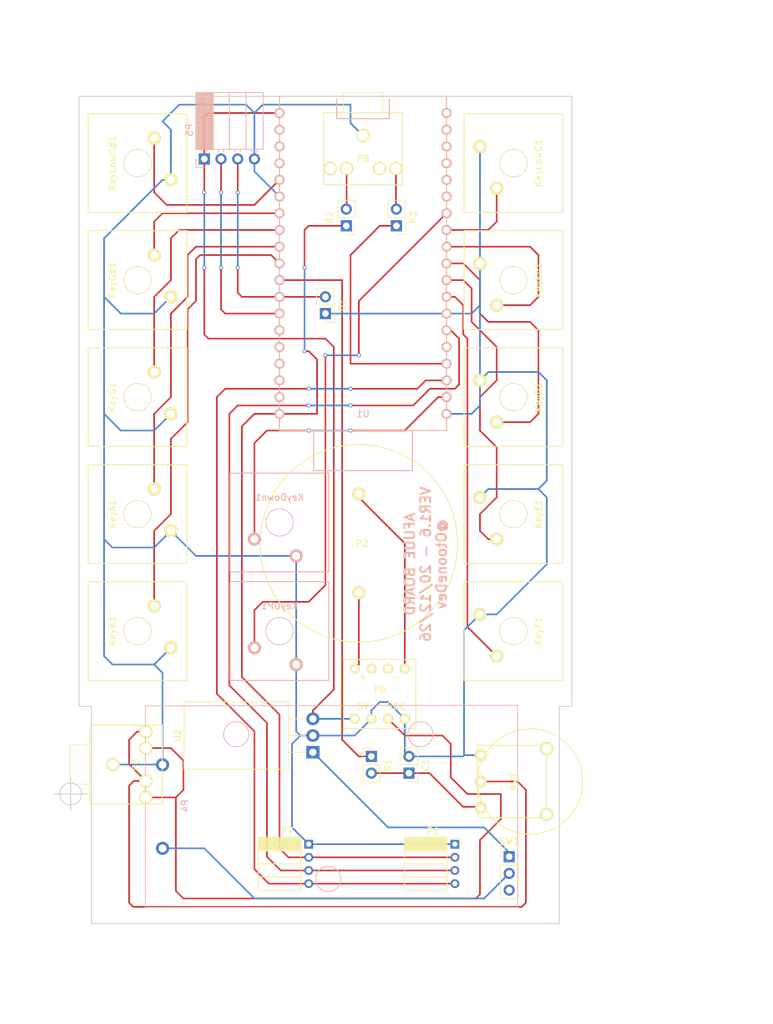
<source format=kicad_pcb>
(kicad_pcb (version 20171130) (host pcbnew "(5.1.8)-1")

  (general
    (thickness 1.6)
    (drawings 27)
    (tracks 314)
    (zones 0)
    (modules 29)
    (nets 63)
  )

  (page A4)
  (layers
    (0 F.Cu signal)
    (31 B.Cu signal)
    (32 B.Adhes user)
    (33 F.Adhes user)
    (34 B.Paste user)
    (35 F.Paste user)
    (36 B.SilkS user)
    (37 F.SilkS user)
    (38 B.Mask user)
    (39 F.Mask user)
    (40 Dwgs.User user)
    (41 Cmts.User user)
    (42 Eco1.User user)
    (43 Eco2.User user)
    (44 Edge.Cuts user)
    (45 Margin user)
    (46 B.CrtYd user)
    (47 F.CrtYd user)
    (48 B.Fab user)
    (49 F.Fab user)
  )

  (setup
    (last_trace_width 0.25)
    (trace_clearance 0.2)
    (zone_clearance 0.508)
    (zone_45_only yes)
    (trace_min 0.2)
    (via_size 0.6)
    (via_drill 0.4)
    (via_min_size 0.4)
    (via_min_drill 0.3)
    (uvia_size 0.3)
    (uvia_drill 0.1)
    (uvias_allowed no)
    (uvia_min_size 0.2)
    (uvia_min_drill 0.1)
    (edge_width 0.15)
    (segment_width 0.2)
    (pcb_text_width 0.3)
    (pcb_text_size 1.5 1.5)
    (mod_edge_width 0.15)
    (mod_text_size 1 1)
    (mod_text_width 0.15)
    (pad_size 1.524 1.524)
    (pad_drill 0.762)
    (pad_to_mask_clearance 0.2)
    (aux_axis_origin 109.855 151.765)
    (grid_origin 109.855 151.765)
    (visible_elements 7FFFFFFF)
    (pcbplotparams
      (layerselection 0x010fc_80000001)
      (usegerberextensions true)
      (usegerberattributes true)
      (usegerberadvancedattributes true)
      (creategerberjobfile true)
      (excludeedgelayer true)
      (linewidth 0.100000)
      (plotframeref false)
      (viasonmask false)
      (mode 1)
      (useauxorigin false)
      (hpglpennumber 1)
      (hpglpenspeed 20)
      (hpglpendiameter 15.000000)
      (psnegative false)
      (psa4output false)
      (plotreference true)
      (plotvalue true)
      (plotinvisibletext false)
      (padsonsilk false)
      (subtractmaskfromsilk false)
      (outputformat 1)
      (mirror false)
      (drillshape 0)
      (scaleselection 1)
      (outputdirectory "GERBER"))
  )

  (net 0 "")
  (net 1 GND)
  (net 2 "Net-(P1-Pad3)")
  (net 3 "Net-(P1-Pad4)")
  (net 4 "Net-(P2-Pad1)")
  (net 5 +5V)
  (net 6 "Net-(KeyA1-Pad1)")
  (net 7 "Net-(KeyB1-Pad1)")
  (net 8 "Net-(KeyD1-Pad1)")
  (net 9 "Net-(KeyDown1-Pad1)")
  (net 10 "Net-(KeyE1-Pad1)")
  (net 11 "Net-(KeyEb1-Pad1)")
  (net 12 "Net-(KeyF1-Pad1)")
  (net 13 "Net-(KeyG#1-Pad1)")
  (net 14 "Net-(KeyG1-Pad1)")
  (net 15 "Net-(KeyLowC#1-Pad1)")
  (net 16 "Net-(KeyLowC1-Pad1)")
  (net 17 "Net-(KeyUP1-Pad1)")
  (net 18 "Net-(P5-Pad2)")
  (net 19 "Net-(P3-Pad2)")
  (net 20 "Net-(P3-Pad3)")
  (net 21 "Net-(P2-Pad2)")
  (net 22 "Net-(D1-Pad2)")
  (net 23 "Net-(P8-Pad3)")
  (net 24 "Net-(P8-Pad5)")
  (net 25 "Net-(R3-Pad1)")
  (net 26 "Net-(R1-Pad1)")
  (net 27 "Net-(C1-Pad1)")
  (net 28 "Net-(P1-Pad2)")
  (net 29 "Net-(KeyA1-Pad3)")
  (net 30 "Net-(KeyB1-Pad3)")
  (net 31 "Net-(KeyD1-Pad3)")
  (net 32 "Net-(KeyDown1-Pad3)")
  (net 33 "Net-(KeyE1-Pad3)")
  (net 34 "Net-(KeyEb1-Pad3)")
  (net 35 "Net-(KeyF1-Pad3)")
  (net 36 "Net-(KeyG1-Pad3)")
  (net 37 "Net-(KeyG#1-Pad3)")
  (net 38 "Net-(KeyLowC1-Pad3)")
  (net 39 "Net-(KeyLowC#1-Pad3)")
  (net 40 "Net-(KeyUP1-Pad3)")
  (net 41 "Net-(P4-Pad1)")
  (net 42 "Net-(P6-Pad6)")
  (net 43 "Net-(P6-Pad7)")
  (net 44 "Net-(P8-Pad2)")
  (net 45 "Net-(P8-Pad4)")
  (net 46 +9V)
  (net 47 "Net-(SW1-Pad3)")
  (net 48 "Net-(U1-Pad6)")
  (net 49 "Net-(U1-Pad5)")
  (net 50 "Net-(U1-Pad16)")
  (net 51 "Net-(U1-Pad17)")
  (net 52 "Net-(U1-Pad4)")
  (net 53 "Net-(U1-Pad3)")
  (net 54 "Net-(U1-Pad18)")
  (net 55 "Net-(U1-Pad2)")
  (net 56 "Net-(U1-Pad20)")
  (net 57 "Net-(U1-Pad21)")
  (net 58 "Net-(U1-Pad22)")
  (net 59 "Net-(U1-Pad23)")
  (net 60 "Net-(U1-Pad24)")
  (net 61 "Net-(U1-Pad25)")
  (net 62 "Net-(U1-Pad34)")

  (net_class Default "これは標準のネット クラスです。"
    (clearance 0.2)
    (trace_width 0.25)
    (via_dia 0.6)
    (via_drill 0.4)
    (uvia_dia 0.3)
    (uvia_drill 0.1)
    (add_net +5V)
    (add_net +9V)
    (add_net GND)
    (add_net "Net-(C1-Pad1)")
    (add_net "Net-(D1-Pad2)")
    (add_net "Net-(KeyA1-Pad1)")
    (add_net "Net-(KeyA1-Pad3)")
    (add_net "Net-(KeyB1-Pad1)")
    (add_net "Net-(KeyB1-Pad3)")
    (add_net "Net-(KeyD1-Pad1)")
    (add_net "Net-(KeyD1-Pad3)")
    (add_net "Net-(KeyDown1-Pad1)")
    (add_net "Net-(KeyDown1-Pad3)")
    (add_net "Net-(KeyE1-Pad1)")
    (add_net "Net-(KeyE1-Pad3)")
    (add_net "Net-(KeyEb1-Pad1)")
    (add_net "Net-(KeyEb1-Pad3)")
    (add_net "Net-(KeyF1-Pad1)")
    (add_net "Net-(KeyF1-Pad3)")
    (add_net "Net-(KeyG#1-Pad1)")
    (add_net "Net-(KeyG#1-Pad3)")
    (add_net "Net-(KeyG1-Pad1)")
    (add_net "Net-(KeyG1-Pad3)")
    (add_net "Net-(KeyLowC#1-Pad1)")
    (add_net "Net-(KeyLowC#1-Pad3)")
    (add_net "Net-(KeyLowC1-Pad1)")
    (add_net "Net-(KeyLowC1-Pad3)")
    (add_net "Net-(KeyUP1-Pad1)")
    (add_net "Net-(KeyUP1-Pad3)")
    (add_net "Net-(P1-Pad2)")
    (add_net "Net-(P1-Pad3)")
    (add_net "Net-(P1-Pad4)")
    (add_net "Net-(P2-Pad1)")
    (add_net "Net-(P2-Pad2)")
    (add_net "Net-(P3-Pad2)")
    (add_net "Net-(P3-Pad3)")
    (add_net "Net-(P4-Pad1)")
    (add_net "Net-(P5-Pad2)")
    (add_net "Net-(P6-Pad6)")
    (add_net "Net-(P6-Pad7)")
    (add_net "Net-(P8-Pad2)")
    (add_net "Net-(P8-Pad3)")
    (add_net "Net-(P8-Pad4)")
    (add_net "Net-(P8-Pad5)")
    (add_net "Net-(R1-Pad1)")
    (add_net "Net-(R3-Pad1)")
    (add_net "Net-(SW1-Pad3)")
    (add_net "Net-(U1-Pad16)")
    (add_net "Net-(U1-Pad17)")
    (add_net "Net-(U1-Pad18)")
    (add_net "Net-(U1-Pad2)")
    (add_net "Net-(U1-Pad20)")
    (add_net "Net-(U1-Pad21)")
    (add_net "Net-(U1-Pad22)")
    (add_net "Net-(U1-Pad23)")
    (add_net "Net-(U1-Pad24)")
    (add_net "Net-(U1-Pad25)")
    (add_net "Net-(U1-Pad3)")
    (add_net "Net-(U1-Pad34)")
    (add_net "Net-(U1-Pad4)")
    (add_net "Net-(U1-Pad5)")
    (add_net "Net-(U1-Pad6)")
  )

  (module "HPJack_PJ307:PJ-307 AudioJack" (layer F.Cu) (tedit 5FEEBF9B) (tstamp 5FE892F5)
    (at 123.015 160.615 90)
    (path /5E29EC6C)
    (fp_text reference P3 (at 0 -4.5 90) (layer F.SilkS)
      (effects (font (size 1 1) (thickness 0.15)))
    )
    (fp_text value HEADPHONE (at 0 -6 90) (layer F.Fab)
      (effects (font (size 1 1) (thickness 0.15)))
    )
    (fp_line (start -6 -0.5) (end -6 -11.5) (layer F.SilkS) (width 0.15))
    (fp_line (start 6 -0.5) (end -6 -0.5) (layer F.SilkS) (width 0.15))
    (fp_line (start 6 -11.5) (end 6 -0.5) (layer F.SilkS) (width 0.15))
    (fp_line (start -6 -11.5) (end 6 -11.5) (layer F.SilkS) (width 0.15))
    (fp_line (start 3 -14.5) (end 3 -11.5) (layer F.SilkS) (width 0.12))
    (fp_line (start -3 -14.5) (end 3 -14.5) (layer F.SilkS) (width 0.12))
    (fp_line (start -3 -11.5) (end -3 -14.5) (layer F.SilkS) (width 0.12))
    (pad 5 thru_hole circle (at 5 -3 90) (size 2 2) (drill 1.5) (layers *.Cu *.Mask F.SilkS)
      (net 20 "Net-(P3-Pad3)"))
    (pad 4 thru_hole circle (at 2.5 -3 90) (size 2 2) (drill 1.5) (layers *.Cu *.Mask F.SilkS)
      (net 19 "Net-(P3-Pad2)"))
    (pad 3 thru_hole circle (at -2.5 -3 90) (size 2 2) (drill 1.5) (layers *.Cu *.Mask F.SilkS)
      (net 20 "Net-(P3-Pad3)"))
    (pad 2 thru_hole circle (at -5 -3 90) (size 2 2) (drill 1.5) (layers *.Cu *.Mask F.SilkS)
      (net 19 "Net-(P3-Pad2)"))
    (pad 1 thru_hole circle (at 0 -8 90) (size 2 2) (drill 1.5) (layers *.Cu *.Mask F.SilkS)
      (net 1 GND))
  )

  (module "HPJack_PJ307:PJ-307 AudioJack" (layer F.Cu) (tedit 5FEEBF9B) (tstamp 5FE89301)
    (at 153.035 73.025)
    (path /5F3D1763)
    (fp_text reference P8 (at 0 -4.5) (layer F.SilkS)
      (effects (font (size 1 1) (thickness 0.15)))
    )
    (fp_text value "TRS MIDI" (at 0 -6) (layer F.Fab)
      (effects (font (size 1 1) (thickness 0.15)))
    )
    (fp_line (start -6 -0.5) (end -6 -11.5) (layer F.SilkS) (width 0.15))
    (fp_line (start 6 -0.5) (end -6 -0.5) (layer F.SilkS) (width 0.15))
    (fp_line (start 6 -11.5) (end 6 -0.5) (layer F.SilkS) (width 0.15))
    (fp_line (start -6 -11.5) (end 6 -11.5) (layer F.SilkS) (width 0.15))
    (fp_line (start 3 -14.5) (end 3 -11.5) (layer F.SilkS) (width 0.12))
    (fp_line (start -3 -14.5) (end 3 -14.5) (layer F.SilkS) (width 0.12))
    (fp_line (start -3 -11.5) (end -3 -14.5) (layer F.SilkS) (width 0.12))
    (pad 5 thru_hole circle (at 5 -3) (size 2 2) (drill 1.5) (layers *.Cu *.Mask F.SilkS)
      (net 24 "Net-(P8-Pad5)"))
    (pad 4 thru_hole circle (at 2.5 -3) (size 2 2) (drill 1.5) (layers *.Cu *.Mask F.SilkS)
      (net 45 "Net-(P8-Pad4)"))
    (pad 3 thru_hole circle (at -2.5 -3) (size 2 2) (drill 1.5) (layers *.Cu *.Mask F.SilkS)
      (net 23 "Net-(P8-Pad3)"))
    (pad 2 thru_hole circle (at -5 -3) (size 2 2) (drill 1.5) (layers *.Cu *.Mask F.SilkS)
      (net 44 "Net-(P8-Pad2)"))
    (pad 1 thru_hole circle (at 0 -8) (size 2 2) (drill 1.5) (layers *.Cu *.Mask F.SilkS)
      (net 1 GND))
  )

  (module BH-9V-3P24:BH-9V-3P24 (layer B.Cu) (tedit 5FE5E53D) (tstamp 5FE2D2BE)
    (at 122.555 167.005 90)
    (path /5FBB8659)
    (fp_text reference P4 (at 0.1 3.4 270) (layer B.SilkS)
      (effects (font (size 1 1) (thickness 0.15)) (justify mirror))
    )
    (fp_text value POWER (at 0 5.5 270) (layer B.Fab)
      (effects (font (size 1 1) (thickness 0.15)) (justify mirror))
    )
    (fp_line (start -15.3 -2.6) (end 15.3 -2.6) (layer B.SilkS) (width 0.12))
    (fp_line (start -15.3 54) (end -15.3 -2.6) (layer B.SilkS) (width 0.12))
    (fp_line (start 15.4 54) (end -15.3 54) (layer B.SilkS) (width 0.12))
    (fp_line (start 15.3 -2.6) (end 15.4 54) (layer B.SilkS) (width 0.12))
    (fp_circle (center -11 25.2) (end -9.6 23.9) (layer B.SilkS) (width 0.12))
    (fp_circle (center 11 11.2) (end 12.4 9.9) (layer B.SilkS) (width 0.12))
    (fp_circle (center 11 39.2) (end 12.4 37.9) (layer B.SilkS) (width 0.12))
    (pad 2 thru_hole circle (at 6.35 0 90) (size 2 2) (drill 1.2) (layers *.Cu *.Mask)
      (net 1 GND))
    (pad 1 thru_hole circle (at -6.35 0 90) (size 2 2) (drill 1.2) (layers *.Cu *.Mask)
      (net 41 "Net-(P4-Pad1)"))
  )

  (module Package_TO_SOT_THT:TO-220-3_Horizontal_TabDown (layer F.Cu) (tedit 5AC8BA0D) (tstamp 5FE267C1)
    (at 145.415 158.75 90)
    (descr "TO-220-3, Horizontal, RM 2.54mm, see https://www.vishay.com/docs/66542/to-220-1.pdf")
    (tags "TO-220-3 Horizontal RM 2.54mm")
    (path /5FE28D39)
    (fp_text reference U2 (at 2.54 -20.58 270) (layer F.SilkS)
      (effects (font (size 1 1) (thickness 0.15)))
    )
    (fp_text value L7805 (at 2.54 2 270) (layer F.Fab)
      (effects (font (size 1 1) (thickness 0.15)))
    )
    (fp_line (start 7.79 -19.71) (end -2.71 -19.71) (layer F.CrtYd) (width 0.05))
    (fp_line (start 7.79 1.25) (end 7.79 -19.71) (layer F.CrtYd) (width 0.05))
    (fp_line (start -2.71 1.25) (end 7.79 1.25) (layer F.CrtYd) (width 0.05))
    (fp_line (start -2.71 -19.71) (end -2.71 1.25) (layer F.CrtYd) (width 0.05))
    (fp_line (start 5.08 -3.69) (end 5.08 -1.15) (layer F.SilkS) (width 0.12))
    (fp_line (start 2.54 -3.69) (end 2.54 -1.15) (layer F.SilkS) (width 0.12))
    (fp_line (start 0 -3.69) (end 0 -1.15) (layer F.SilkS) (width 0.12))
    (fp_line (start 7.66 -19.58) (end 7.66 -3.69) (layer F.SilkS) (width 0.12))
    (fp_line (start -2.58 -19.58) (end -2.58 -3.69) (layer F.SilkS) (width 0.12))
    (fp_line (start -2.58 -19.58) (end 7.66 -19.58) (layer F.SilkS) (width 0.12))
    (fp_line (start -2.58 -3.69) (end 7.66 -3.69) (layer F.SilkS) (width 0.12))
    (fp_line (start 5.08 -3.81) (end 5.08 0) (layer F.Fab) (width 0.1))
    (fp_line (start 2.54 -3.81) (end 2.54 0) (layer F.Fab) (width 0.1))
    (fp_line (start 0 -3.81) (end 0 0) (layer F.Fab) (width 0.1))
    (fp_line (start 7.54 -3.81) (end -2.46 -3.81) (layer F.Fab) (width 0.1))
    (fp_line (start 7.54 -13.06) (end 7.54 -3.81) (layer F.Fab) (width 0.1))
    (fp_line (start -2.46 -13.06) (end 7.54 -13.06) (layer F.Fab) (width 0.1))
    (fp_line (start -2.46 -3.81) (end -2.46 -13.06) (layer F.Fab) (width 0.1))
    (fp_line (start 7.54 -13.06) (end -2.46 -13.06) (layer F.Fab) (width 0.1))
    (fp_line (start 7.54 -19.46) (end 7.54 -13.06) (layer F.Fab) (width 0.1))
    (fp_line (start -2.46 -19.46) (end 7.54 -19.46) (layer F.Fab) (width 0.1))
    (fp_line (start -2.46 -13.06) (end -2.46 -19.46) (layer F.Fab) (width 0.1))
    (fp_circle (center 2.54 -16.66) (end 4.39 -16.66) (layer F.Fab) (width 0.1))
    (fp_text user %R (at 2.54 -20.58 270) (layer F.Fab)
      (effects (font (size 1 1) (thickness 0.15)))
    )
    (pad "" np_thru_hole oval (at 2.54 -16.66 90) (size 3.5 3.5) (drill 3.5) (layers *.Cu *.Mask))
    (pad 1 thru_hole rect (at 0 0 90) (size 1.905 2) (drill 1.1) (layers *.Cu *.Mask)
      (net 46 +9V))
    (pad 2 thru_hole oval (at 2.54 0 90) (size 1.905 2) (drill 1.1) (layers *.Cu *.Mask)
      (net 1 GND))
    (pad 3 thru_hole oval (at 5.08 0 90) (size 1.905 2) (drill 1.1) (layers *.Cu *.Mask)
      (net 5 +5V))
    (model ${KISYS3DMOD}/Package_TO_SOT_THT.3dshapes/TO-220-3_Horizontal_TabDown.wrl
      (at (xyz 0 0 0))
      (scale (xyz 1 1 1))
      (rotate (xyz 0 0 0))
    )
  )

  (module R1001-N16:R1001-N16 (layer F.Cu) (tedit 5FBB68FA) (tstamp 5FEEC16C)
    (at 178.435 163.195 270)
    (path /5E29DB7A)
    (fp_text reference RV1 (at 0 2.54 270) (layer F.SilkS)
      (effects (font (size 1 1) (thickness 0.15)))
    )
    (fp_text value POT (at 0 -3.5 270) (layer F.Fab)
      (effects (font (size 1 1) (thickness 0.15)))
    )
    (fp_circle (center 0 0) (end 0 8) (layer F.SilkS) (width 0.15))
    (fp_line (start -5.5 -2.5) (end -5.5 8) (layer F.SilkS) (width 0.15))
    (fp_line (start 5.5 -2.5) (end -5.5 -2.5) (layer F.SilkS) (width 0.15))
    (fp_line (start 5.5 8) (end 5.5 -2.5) (layer F.SilkS) (width 0.15))
    (fp_line (start -5.5 8) (end 5.5 8) (layer F.SilkS) (width 0.15))
    (pad "" thru_hole circle (at 5 -2.5 270) (size 2 2) (drill 1.4) (layers *.Cu *.Mask F.SilkS))
    (pad 3 thru_hole circle (at 4 7.5 270) (size 1.8 1.8) (drill 1) (layers *.Cu *.Mask F.SilkS)
      (net 27 "Net-(C1-Pad1)"))
    (pad 2 thru_hole circle (at 0 7.5 270) (size 1.8 1.8) (drill 1) (layers *.Cu *.Mask F.SilkS)
      (net 20 "Net-(P3-Pad3)"))
    (pad 1 thru_hole circle (at -4 7.5 270) (size 1.8 1.8) (drill 1) (layers *.Cu *.Mask F.SilkS)
      (net 1 GND))
    (pad "" thru_hole circle (at -5 -2.5 270) (size 2 2) (drill 1.4) (layers *.Cu *.Mask F.SilkS))
  )

  (module esp32-devkit-c:ESP32-DEVKIT-C (layer B.Cu) (tedit 5FA02540) (tstamp 5FE27570)
    (at 153.035 84.455)
    (path /5E29A3F4)
    (fp_text reference U1 (at 0 22.86) (layer B.SilkS)
      (effects (font (size 1 1) (thickness 0.15)) (justify mirror))
    )
    (fp_text value ESP32-DEVKIT-C (at 0 -20.32) (layer B.Fab)
      (effects (font (size 1 1) (thickness 0.15)) (justify mirror))
    )
    (fp_line (start 12.7 25.4) (end -12.7 25.4) (layer B.SilkS) (width 0.15))
    (fp_line (start 12.7 -25.4) (end 12.7 25.4) (layer B.SilkS) (width 0.15))
    (fp_line (start -12.7 -25.4) (end 12.7 -25.4) (layer B.SilkS) (width 0.15))
    (fp_line (start -12.7 25.4) (end -12.7 -25.4) (layer B.SilkS) (width 0.15))
    (fp_line (start 7.5 31.5) (end 7.5 25.5) (layer B.SilkS) (width 0.15))
    (fp_line (start -7.5 31.5) (end 7.5 31.5) (layer B.SilkS) (width 0.15))
    (fp_line (start -7.5 25.5) (end -7.5 31.5) (layer B.SilkS) (width 0.15))
    (fp_line (start -4 -22) (end -4 -25) (layer B.SilkS) (width 0.15))
    (fp_line (start 4 -22) (end -4 -22) (layer B.SilkS) (width 0.15))
    (fp_line (start 4 -25) (end 4 -22) (layer B.SilkS) (width 0.15))
    (pad 10 thru_hole circle (at -12.7 0) (size 1.524 1.524) (drill 1) (layers *.Cu *.Mask B.SilkS)
      (net 7 "Net-(KeyB1-Pad1)"))
    (pad 29 thru_hole circle (at 12.7 0) (size 1.524 1.524) (drill 1) (layers *.Cu *.Mask B.SilkS)
      (net 8 "Net-(KeyD1-Pad1)"))
    (pad 9 thru_hole circle (at -12.7 2.54) (size 1.524 1.524) (drill 1) (layers *.Cu *.Mask B.SilkS)
      (net 26 "Net-(R1-Pad1)"))
    (pad 8 thru_hole circle (at -12.7 5.08) (size 1.524 1.524) (drill 1) (layers *.Cu *.Mask B.SilkS)
      (net 22 "Net-(D1-Pad2)"))
    (pad 7 thru_hole circle (at -12.7 7.62) (size 1.524 1.524) (drill 1) (layers *.Cu *.Mask B.SilkS)
      (net 18 "Net-(P5-Pad2)"))
    (pad 6 thru_hole circle (at -12.7 10.16) (size 1.524 1.524) (drill 1) (layers *.Cu *.Mask B.SilkS)
      (net 48 "Net-(U1-Pad6)"))
    (pad 5 thru_hole circle (at -12.7 12.7) (size 1.524 1.524) (drill 1) (layers *.Cu *.Mask B.SilkS)
      (net 49 "Net-(U1-Pad5)"))
    (pad 11 thru_hole circle (at -12.7 -2.54) (size 1.524 1.524) (drill 1) (layers *.Cu *.Mask B.SilkS)
      (net 6 "Net-(KeyA1-Pad1)"))
    (pad 12 thru_hole circle (at -12.7 -5.08) (size 1.524 1.524) (drill 1) (layers *.Cu *.Mask B.SilkS)
      (net 14 "Net-(KeyG1-Pad1)"))
    (pad 13 thru_hole circle (at -12.7 -7.62) (size 1.524 1.524) (drill 1) (layers *.Cu *.Mask B.SilkS)
      (net 13 "Net-(KeyG#1-Pad1)"))
    (pad 14 thru_hole circle (at -12.7 -10.16) (size 1.524 1.524) (drill 1) (layers *.Cu *.Mask B.SilkS)
      (net 1 GND))
    (pad 15 thru_hole circle (at -12.7 -12.7) (size 1.524 1.524) (drill 1) (layers *.Cu *.Mask B.SilkS)
      (net 15 "Net-(KeyLowC#1-Pad1)"))
    (pad 16 thru_hole circle (at -12.7 -15.24) (size 1.524 1.524) (drill 1) (layers *.Cu *.Mask B.SilkS)
      (net 50 "Net-(U1-Pad16)"))
    (pad 17 thru_hole circle (at -12.7 -17.78) (size 1.524 1.524) (drill 1) (layers *.Cu *.Mask B.SilkS)
      (net 51 "Net-(U1-Pad17)"))
    (pad 4 thru_hole circle (at -12.7 15.24) (size 1.524 1.524) (drill 1) (layers *.Cu *.Mask B.SilkS)
      (net 52 "Net-(U1-Pad4)"))
    (pad 3 thru_hole circle (at -12.7 17.78) (size 1.524 1.524) (drill 1) (layers *.Cu *.Mask B.SilkS)
      (net 53 "Net-(U1-Pad3)"))
    (pad 18 thru_hole circle (at -12.7 -20.32) (size 1.524 1.524) (drill 1) (layers *.Cu *.Mask B.SilkS)
      (net 54 "Net-(U1-Pad18)"))
    (pad 2 thru_hole circle (at -12.7 20.32) (size 1.524 1.524) (drill 1) (layers *.Cu *.Mask B.SilkS)
      (net 55 "Net-(U1-Pad2)"))
    (pad 1 thru_hole circle (at -12.7 22.86) (size 1.524 1.524) (drill 1) (layers *.Cu *.Mask B.SilkS)
      (net 28 "Net-(P1-Pad2)"))
    (pad 19 thru_hole circle (at -12.7 -22.86) (size 1.524 1.524) (drill 1) (layers *.Cu *.Mask B.SilkS)
      (net 5 +5V))
    (pad 20 thru_hole circle (at 12.7 -22.86) (size 1.524 1.524) (drill 1) (layers *.Cu *.Mask B.SilkS)
      (net 56 "Net-(U1-Pad20)"))
    (pad 21 thru_hole circle (at 12.7 -20.32) (size 1.524 1.524) (drill 1) (layers *.Cu *.Mask B.SilkS)
      (net 57 "Net-(U1-Pad21)"))
    (pad 22 thru_hole circle (at 12.7 -17.78) (size 1.524 1.524) (drill 1) (layers *.Cu *.Mask B.SilkS)
      (net 58 "Net-(U1-Pad22)"))
    (pad 23 thru_hole circle (at 12.7 -15.24) (size 1.524 1.524) (drill 1) (layers *.Cu *.Mask B.SilkS)
      (net 59 "Net-(U1-Pad23)"))
    (pad 24 thru_hole circle (at 12.7 -12.7) (size 1.524 1.524) (drill 1) (layers *.Cu *.Mask B.SilkS)
      (net 60 "Net-(U1-Pad24)"))
    (pad 25 thru_hole circle (at 12.7 -10.16) (size 1.524 1.524) (drill 1) (layers *.Cu *.Mask B.SilkS)
      (net 61 "Net-(U1-Pad25)"))
    (pad 26 thru_hole circle (at 12.7 -7.62) (size 1.524 1.524) (drill 1) (layers *.Cu *.Mask B.SilkS)
      (net 17 "Net-(KeyUP1-Pad1)"))
    (pad 27 thru_hole circle (at 12.7 -5.08) (size 1.524 1.524) (drill 1) (layers *.Cu *.Mask B.SilkS)
      (net 16 "Net-(KeyLowC1-Pad1)"))
    (pad 28 thru_hole circle (at 12.7 -2.54) (size 1.524 1.524) (drill 1) (layers *.Cu *.Mask B.SilkS)
      (net 11 "Net-(KeyEb1-Pad1)"))
    (pad 30 thru_hole circle (at 12.7 2.54) (size 1.524 1.524) (drill 1) (layers *.Cu *.Mask B.SilkS)
      (net 10 "Net-(KeyE1-Pad1)"))
    (pad 31 thru_hole circle (at 12.7 5.08) (size 1.524 1.524) (drill 1) (layers *.Cu *.Mask B.SilkS)
      (net 12 "Net-(KeyF1-Pad1)"))
    (pad 32 thru_hole circle (at 12.7 7.62) (size 1.524 1.524) (drill 1) (layers *.Cu *.Mask B.SilkS)
      (net 1 GND))
    (pad 33 thru_hole circle (at 12.7 10.16) (size 1.524 1.524) (drill 1) (layers *.Cu *.Mask B.SilkS)
      (net 2 "Net-(P1-Pad3)"))
    (pad 34 thru_hole circle (at 12.7 12.7) (size 1.524 1.524) (drill 1) (layers *.Cu *.Mask B.SilkS)
      (net 62 "Net-(U1-Pad34)"))
    (pad 35 thru_hole circle (at 12.7 15.24) (size 1.524 1.524) (drill 1) (layers *.Cu *.Mask B.SilkS)
      (net 25 "Net-(R3-Pad1)"))
    (pad 36 thru_hole circle (at 12.7 17.78) (size 1.524 1.524) (drill 1) (layers *.Cu *.Mask B.SilkS)
      (net 3 "Net-(P1-Pad4)"))
    (pad 37 thru_hole circle (at 12.7 20.32) (size 1.524 1.524) (drill 1) (layers *.Cu *.Mask B.SilkS)
      (net 9 "Net-(KeyDown1-Pad1)"))
    (pad 38 thru_hole circle (at 12.7 22.86) (size 1.524 1.524) (drill 1) (layers *.Cu *.Mask B.SilkS)
      (net 1 GND))
  )

  (module CherryMX-Switch:CherryMX-Switch (layer F.Cu) (tedit 5FBB68B1) (tstamp 5FE2774E)
    (at 118.745 69.215 270)
    (path /5E29A443)
    (fp_text reference KeyLowC#1 (at 0 3.81 270) (layer F.SilkS)
      (effects (font (size 1 1) (thickness 0.15)))
    )
    (fp_text value KeyLowC# (at 1.27 -2.54 270) (layer F.Fab)
      (effects (font (size 1 1) (thickness 0.15)))
    )
    (fp_line (start -7.5 7.5) (end -7.5 -7.5) (layer F.SilkS) (width 0.15))
    (fp_line (start 7.5 7.5) (end -7.5 7.5) (layer F.SilkS) (width 0.15))
    (fp_line (start 7.5 -7.5) (end 7.5 7.5) (layer F.SilkS) (width 0.15))
    (fp_line (start -7.5 -7.5) (end 7.5 -7.5) (layer F.SilkS) (width 0.15))
    (pad 1 thru_hole circle (at -3.81 -2.54 270) (size 2 2) (drill 1.2) (layers *.Cu *.Mask F.SilkS)
      (net 15 "Net-(KeyLowC#1-Pad1)"))
    (pad 2 thru_hole circle (at 2.54 -5.08 270) (size 2 2) (drill 1.2) (layers *.Cu *.Mask F.SilkS)
      (net 1 GND))
    (pad 3 thru_hole circle (at 0 0 270) (size 4.2 4.2) (drill 4) (layers *.Cu *.Mask F.SilkS)
      (net 39 "Net-(KeyLowC#1-Pad3)"))
  )

  (module CherryMX-Switch:CherryMX-Switch (layer F.Cu) (tedit 5FBB68AB) (tstamp 5FE270DF)
    (at 118.745 86.995 270)
    (path /5E29AD34)
    (fp_text reference KeyG#1 (at 0 3.81 270) (layer F.SilkS)
      (effects (font (size 1 1) (thickness 0.15)))
    )
    (fp_text value KeyG# (at 1.27 -2.54 270) (layer F.Fab)
      (effects (font (size 1 1) (thickness 0.15)))
    )
    (fp_line (start -7.5 7.5) (end -7.5 -7.5) (layer F.SilkS) (width 0.15))
    (fp_line (start 7.5 7.5) (end -7.5 7.5) (layer F.SilkS) (width 0.15))
    (fp_line (start 7.5 -7.5) (end 7.5 7.5) (layer F.SilkS) (width 0.15))
    (fp_line (start -7.5 -7.5) (end 7.5 -7.5) (layer F.SilkS) (width 0.15))
    (pad 1 thru_hole circle (at -3.81 -2.54 270) (size 2 2) (drill 1.2) (layers *.Cu *.Mask F.SilkS)
      (net 13 "Net-(KeyG#1-Pad1)"))
    (pad 2 thru_hole circle (at 2.54 -5.08 270) (size 2 2) (drill 1.2) (layers *.Cu *.Mask F.SilkS)
      (net 1 GND))
    (pad 3 thru_hole circle (at 0 0 270) (size 4.2 4.2) (drill 4) (layers *.Cu *.Mask F.SilkS)
      (net 37 "Net-(KeyG#1-Pad3)"))
  )

  (module CherryMX-Switch:CherryMX-Switch (layer F.Cu) (tedit 5FBB68D5) (tstamp 5FE27142)
    (at 118.745 104.775 270)
    (path /5E29AD57)
    (fp_text reference KeyG1 (at 0 3.81 270) (layer F.SilkS)
      (effects (font (size 1 1) (thickness 0.15)))
    )
    (fp_text value KeyG (at 1.27 -2.54 270) (layer F.Fab)
      (effects (font (size 1 1) (thickness 0.15)))
    )
    (fp_line (start -7.5 7.5) (end -7.5 -7.5) (layer F.SilkS) (width 0.15))
    (fp_line (start 7.5 7.5) (end -7.5 7.5) (layer F.SilkS) (width 0.15))
    (fp_line (start 7.5 -7.5) (end 7.5 7.5) (layer F.SilkS) (width 0.15))
    (fp_line (start -7.5 -7.5) (end 7.5 -7.5) (layer F.SilkS) (width 0.15))
    (pad 1 thru_hole circle (at -3.81 -2.54 270) (size 2 2) (drill 1.2) (layers *.Cu *.Mask F.SilkS)
      (net 14 "Net-(KeyG1-Pad1)"))
    (pad 2 thru_hole circle (at 2.54 -5.08 270) (size 2 2) (drill 1.2) (layers *.Cu *.Mask F.SilkS)
      (net 1 GND))
    (pad 3 thru_hole circle (at 0 0 270) (size 4.2 4.2) (drill 4) (layers *.Cu *.Mask F.SilkS)
      (net 36 "Net-(KeyG1-Pad3)"))
  )

  (module CherryMX-Switch:CherryMX-Switch (layer F.Cu) (tedit 5FBB68DC) (tstamp 5FE270FD)
    (at 118.745 122.555 270)
    (path /5E29AD8A)
    (fp_text reference KeyA1 (at 0 3.81 270) (layer F.SilkS)
      (effects (font (size 1 1) (thickness 0.15)))
    )
    (fp_text value KeyA (at 1.27 -2.54 270) (layer F.Fab)
      (effects (font (size 1 1) (thickness 0.15)))
    )
    (fp_line (start -7.5 7.5) (end -7.5 -7.5) (layer F.SilkS) (width 0.15))
    (fp_line (start 7.5 7.5) (end -7.5 7.5) (layer F.SilkS) (width 0.15))
    (fp_line (start 7.5 -7.5) (end 7.5 7.5) (layer F.SilkS) (width 0.15))
    (fp_line (start -7.5 -7.5) (end 7.5 -7.5) (layer F.SilkS) (width 0.15))
    (pad 1 thru_hole circle (at -3.81 -2.54 270) (size 2 2) (drill 1.2) (layers *.Cu *.Mask F.SilkS)
      (net 6 "Net-(KeyA1-Pad1)"))
    (pad 2 thru_hole circle (at 2.54 -5.08 270) (size 2 2) (drill 1.2) (layers *.Cu *.Mask F.SilkS)
      (net 1 GND))
    (pad 3 thru_hole circle (at 0 0 270) (size 4.2 4.2) (drill 4) (layers *.Cu *.Mask F.SilkS)
      (net 29 "Net-(KeyA1-Pad3)"))
  )

  (module CherryMX-Switch:CherryMX-Switch (layer F.Cu) (tedit 5FBB68F2) (tstamp 5FE27712)
    (at 118.745 140.335 270)
    (path /5E29ADBD)
    (fp_text reference KeyB1 (at 0 3.81 270) (layer F.SilkS)
      (effects (font (size 1 1) (thickness 0.15)))
    )
    (fp_text value KeyB (at 1.27 -2.54 270) (layer F.Fab)
      (effects (font (size 1 1) (thickness 0.15)))
    )
    (fp_line (start -7.5 7.5) (end -7.5 -7.5) (layer F.SilkS) (width 0.15))
    (fp_line (start 7.5 7.5) (end -7.5 7.5) (layer F.SilkS) (width 0.15))
    (fp_line (start 7.5 -7.5) (end 7.5 7.5) (layer F.SilkS) (width 0.15))
    (fp_line (start -7.5 -7.5) (end 7.5 -7.5) (layer F.SilkS) (width 0.15))
    (pad 1 thru_hole circle (at -3.81 -2.54 270) (size 2 2) (drill 1.2) (layers *.Cu *.Mask F.SilkS)
      (net 7 "Net-(KeyB1-Pad1)"))
    (pad 2 thru_hole circle (at 2.54 -5.08 270) (size 2 2) (drill 1.2) (layers *.Cu *.Mask F.SilkS)
      (net 1 GND))
    (pad 3 thru_hole circle (at 0 0 270) (size 4.2 4.2) (drill 4) (layers *.Cu *.Mask F.SilkS)
      (net 30 "Net-(KeyB1-Pad3)"))
  )

  (module CherryMX-Switch:CherryMX-Switch (layer F.Cu) (tedit 5FBB6894) (tstamp 5FE277A5)
    (at 175.895 69.215 90)
    (path /5E29ADEA)
    (fp_text reference KeyLowC1 (at 0 3.81 90) (layer F.SilkS)
      (effects (font (size 1 1) (thickness 0.15)))
    )
    (fp_text value KeyLowC (at 1.27 -2.54 90) (layer F.Fab)
      (effects (font (size 1 1) (thickness 0.15)))
    )
    (fp_line (start -7.5 7.5) (end -7.5 -7.5) (layer F.SilkS) (width 0.15))
    (fp_line (start 7.5 7.5) (end -7.5 7.5) (layer F.SilkS) (width 0.15))
    (fp_line (start 7.5 -7.5) (end 7.5 7.5) (layer F.SilkS) (width 0.15))
    (fp_line (start -7.5 -7.5) (end 7.5 -7.5) (layer F.SilkS) (width 0.15))
    (pad 1 thru_hole circle (at -3.81 -2.54 90) (size 2 2) (drill 1.2) (layers *.Cu *.Mask F.SilkS)
      (net 16 "Net-(KeyLowC1-Pad1)"))
    (pad 2 thru_hole circle (at 2.54 -5.08 90) (size 2 2) (drill 1.2) (layers *.Cu *.Mask F.SilkS)
      (net 1 GND))
    (pad 3 thru_hole circle (at 0 0 90) (size 4.2 4.2) (drill 4) (layers *.Cu *.Mask F.SilkS)
      (net 38 "Net-(KeyLowC1-Pad3)"))
  )

  (module CherryMX-Switch:CherryMX-Switch (layer F.Cu) (tedit 5FBB68A0) (tstamp 5FE27730)
    (at 175.895 86.995 90)
    (path /5E29AE19)
    (fp_text reference KeyEb1 (at 0 3.81 90) (layer F.SilkS)
      (effects (font (size 1 1) (thickness 0.15)))
    )
    (fp_text value KeyEb (at 1.27 -2.54 90) (layer F.Fab)
      (effects (font (size 1 1) (thickness 0.15)))
    )
    (fp_line (start -7.5 7.5) (end -7.5 -7.5) (layer F.SilkS) (width 0.15))
    (fp_line (start 7.5 7.5) (end -7.5 7.5) (layer F.SilkS) (width 0.15))
    (fp_line (start 7.5 -7.5) (end 7.5 7.5) (layer F.SilkS) (width 0.15))
    (fp_line (start -7.5 -7.5) (end 7.5 -7.5) (layer F.SilkS) (width 0.15))
    (pad 1 thru_hole circle (at -3.81 -2.54 90) (size 2 2) (drill 1.2) (layers *.Cu *.Mask F.SilkS)
      (net 11 "Net-(KeyEb1-Pad1)"))
    (pad 2 thru_hole circle (at 2.54 -5.08 90) (size 2 2) (drill 1.2) (layers *.Cu *.Mask F.SilkS)
      (net 1 GND))
    (pad 3 thru_hole circle (at 0 0 90) (size 4.2 4.2) (drill 4) (layers *.Cu *.Mask F.SilkS)
      (net 34 "Net-(KeyEb1-Pad3)"))
  )

  (module CherryMX-Switch:CherryMX-Switch (layer F.Cu) (tedit 5FBB68CF) (tstamp 5FE275E0)
    (at 175.895 104.775 90)
    (path /5E29AE54)
    (fp_text reference KeyD1 (at 0 3.81 90) (layer F.SilkS)
      (effects (font (size 1 1) (thickness 0.15)))
    )
    (fp_text value KeyD (at 1.27 -2.54 90) (layer F.Fab)
      (effects (font (size 1 1) (thickness 0.15)))
    )
    (fp_line (start -7.5 7.5) (end -7.5 -7.5) (layer F.SilkS) (width 0.15))
    (fp_line (start 7.5 7.5) (end -7.5 7.5) (layer F.SilkS) (width 0.15))
    (fp_line (start 7.5 -7.5) (end 7.5 7.5) (layer F.SilkS) (width 0.15))
    (fp_line (start -7.5 -7.5) (end 7.5 -7.5) (layer F.SilkS) (width 0.15))
    (pad 1 thru_hole circle (at -3.81 -2.54 90) (size 2 2) (drill 1.2) (layers *.Cu *.Mask F.SilkS)
      (net 8 "Net-(KeyD1-Pad1)"))
    (pad 2 thru_hole circle (at 2.54 -5.08 90) (size 2 2) (drill 1.2) (layers *.Cu *.Mask F.SilkS)
      (net 1 GND))
    (pad 3 thru_hole circle (at 0 0 90) (size 4.2 4.2) (drill 4) (layers *.Cu *.Mask F.SilkS)
      (net 31 "Net-(KeyD1-Pad3)"))
  )

  (module CherryMX-Switch:CherryMX-Switch (layer F.Cu) (tedit 5FBB68E3) (tstamp 5FE270C1)
    (at 175.895 122.555 90)
    (path /5E29AEDC)
    (fp_text reference KeyE1 (at 0 3.81 90) (layer F.SilkS)
      (effects (font (size 1 1) (thickness 0.15)))
    )
    (fp_text value KeyE (at 1.27 -2.54 90) (layer F.Fab)
      (effects (font (size 1 1) (thickness 0.15)))
    )
    (fp_line (start -7.5 7.5) (end -7.5 -7.5) (layer F.SilkS) (width 0.15))
    (fp_line (start 7.5 7.5) (end -7.5 7.5) (layer F.SilkS) (width 0.15))
    (fp_line (start 7.5 -7.5) (end 7.5 7.5) (layer F.SilkS) (width 0.15))
    (fp_line (start -7.5 -7.5) (end 7.5 -7.5) (layer F.SilkS) (width 0.15))
    (pad 1 thru_hole circle (at -3.81 -2.54 90) (size 2 2) (drill 1.2) (layers *.Cu *.Mask F.SilkS)
      (net 10 "Net-(KeyE1-Pad1)"))
    (pad 2 thru_hole circle (at 2.54 -5.08 90) (size 2 2) (drill 1.2) (layers *.Cu *.Mask F.SilkS)
      (net 1 GND))
    (pad 3 thru_hole circle (at 0 0 90) (size 4.2 4.2) (drill 4) (layers *.Cu *.Mask F.SilkS)
      (net 33 "Net-(KeyE1-Pad3)"))
  )

  (module CherryMX-Switch:CherryMX-Switch (layer F.Cu) (tedit 5FBB68EA) (tstamp 5FE27529)
    (at 175.895 140.335 90)
    (path /5E29AF15)
    (fp_text reference KeyF1 (at 0 3.81 90) (layer F.SilkS)
      (effects (font (size 1 1) (thickness 0.15)))
    )
    (fp_text value KeyF (at 1.27 -2.54 90) (layer F.Fab)
      (effects (font (size 1 1) (thickness 0.15)))
    )
    (fp_line (start -7.5 7.5) (end -7.5 -7.5) (layer F.SilkS) (width 0.15))
    (fp_line (start 7.5 7.5) (end -7.5 7.5) (layer F.SilkS) (width 0.15))
    (fp_line (start 7.5 -7.5) (end 7.5 7.5) (layer F.SilkS) (width 0.15))
    (fp_line (start -7.5 -7.5) (end 7.5 -7.5) (layer F.SilkS) (width 0.15))
    (pad 1 thru_hole circle (at -3.81 -2.54 90) (size 2 2) (drill 1.2) (layers *.Cu *.Mask F.SilkS)
      (net 12 "Net-(KeyF1-Pad1)"))
    (pad 2 thru_hole circle (at 2.54 -5.08 90) (size 2 2) (drill 1.2) (layers *.Cu *.Mask F.SilkS)
      (net 1 GND))
    (pad 3 thru_hole circle (at 0 0 90) (size 4.2 4.2) (drill 4) (layers *.Cu *.Mask F.SilkS)
      (net 35 "Net-(KeyF1-Pad3)"))
  )

  (module CherryMX-Switch:CherryMX-Switch (layer B.Cu) (tedit 5FBB6906) (tstamp 5FE27256)
    (at 140.335 140.335)
    (path /5E29AF4C)
    (fp_text reference KeyUP1 (at 0 -3.81) (layer B.SilkS)
      (effects (font (size 1 1) (thickness 0.15)) (justify mirror))
    )
    (fp_text value KeyUp (at 1.27 2.54) (layer B.Fab)
      (effects (font (size 1 1) (thickness 0.15)) (justify mirror))
    )
    (fp_line (start -7.5 -7.5) (end -7.5 7.5) (layer B.SilkS) (width 0.15))
    (fp_line (start 7.5 -7.5) (end -7.5 -7.5) (layer B.SilkS) (width 0.15))
    (fp_line (start 7.5 7.5) (end 7.5 -7.5) (layer B.SilkS) (width 0.15))
    (fp_line (start -7.5 7.5) (end 7.5 7.5) (layer B.SilkS) (width 0.15))
    (pad 1 thru_hole circle (at -3.81 2.54) (size 2 2) (drill 1.2) (layers *.Cu *.Mask B.SilkS)
      (net 17 "Net-(KeyUP1-Pad1)"))
    (pad 2 thru_hole circle (at 2.54 5.08) (size 2 2) (drill 1.2) (layers *.Cu *.Mask B.SilkS)
      (net 1 GND))
    (pad 3 thru_hole circle (at 0 0) (size 4.2 4.2) (drill 4) (layers *.Cu *.Mask B.SilkS)
      (net 40 "Net-(KeyUP1-Pad3)"))
  )

  (module CherryMX-Switch:CherryMX-Switch (layer B.Cu) (tedit 5FBB690D) (tstamp 5FE2718D)
    (at 140.335 123.825)
    (path /5E29AF79)
    (fp_text reference KeyDown1 (at 0 -3.81) (layer B.SilkS)
      (effects (font (size 1 1) (thickness 0.15)) (justify mirror))
    )
    (fp_text value KeyDown (at 1.27 2.54) (layer B.Fab)
      (effects (font (size 1 1) (thickness 0.15)) (justify mirror))
    )
    (fp_line (start -7.5 -7.5) (end -7.5 7.5) (layer B.SilkS) (width 0.15))
    (fp_line (start 7.5 -7.5) (end -7.5 -7.5) (layer B.SilkS) (width 0.15))
    (fp_line (start 7.5 7.5) (end 7.5 -7.5) (layer B.SilkS) (width 0.15))
    (fp_line (start -7.5 7.5) (end 7.5 7.5) (layer B.SilkS) (width 0.15))
    (pad 1 thru_hole circle (at -3.81 2.54) (size 2 2) (drill 1.2) (layers *.Cu *.Mask B.SilkS)
      (net 9 "Net-(KeyDown1-Pad1)"))
    (pad 2 thru_hole circle (at 2.54 5.08) (size 2 2) (drill 1.2) (layers *.Cu *.Mask B.SilkS)
      (net 1 GND))
    (pad 3 thru_hole circle (at 0 0) (size 4.2 4.2) (drill 4) (layers *.Cu *.Mask B.SilkS)
      (net 32 "Net-(KeyDown1-Pad3)"))
  )

  (module AE-PAM8012:AE-PAM8012 (layer F.Cu) (tedit 5FBB6963) (tstamp 5FE27775)
    (at 155.575 149.86)
    (path /5EA855D8)
    (fp_text reference P6 (at 0 -0.635) (layer F.SilkS)
      (effects (font (size 1 1) (thickness 0.15)))
    )
    (fp_text value AE-PAM8012 (at 0 -0.5) (layer F.Fab)
      (effects (font (size 1 1) (thickness 0.15)))
    )
    (fp_line (start -5.5 -5.2) (end 5.5 -5.2) (layer F.SilkS) (width 0.15))
    (fp_line (start -5.5 5.3) (end -5.5 -5.2) (layer F.SilkS) (width 0.15))
    (fp_line (start 5.5 5.3) (end -5.5 5.3) (layer F.SilkS) (width 0.15))
    (fp_line (start 5.5 -5.2) (end 5.5 5.3) (layer F.SilkS) (width 0.15))
    (fp_text user SRC (at 2.54 1.905) (layer F.SilkS)
      (effects (font (size 1 1) (thickness 0.15)))
    )
    (fp_text user 5V (at -2.54 1.905) (layer F.SilkS)
      (effects (font (size 1 1) (thickness 0.15)))
    )
    (fp_text user - (at 2.54 -2.54) (layer F.SilkS)
      (effects (font (size 1 1) (thickness 0.15)))
    )
    (fp_text user + (at -2.54 -2.54) (layer F.SilkS)
      (effects (font (size 1 1) (thickness 0.15)))
    )
    (pad 1 thru_hole circle (at -3.81 3.81) (size 1.524 1.524) (drill 0.9) (layers *.Cu *.Mask F.SilkS)
      (net 5 +5V))
    (pad 2 thru_hole circle (at -1.27 3.81) (size 1.524 1.524) (drill 0.9) (layers *.Cu *.Mask F.SilkS)
      (net 1 GND))
    (pad 3 thru_hole circle (at 1.27 3.81) (size 1.524 1.524) (drill 0.9) (layers *.Cu *.Mask F.SilkS)
      (net 19 "Net-(P3-Pad2)"))
    (pad 4 thru_hole circle (at 3.81 3.81) (size 1.524 1.524) (drill 0.9) (layers *.Cu *.Mask F.SilkS)
      (net 1 GND))
    (pad 5 thru_hole circle (at -3.81 -3.81) (size 1.524 1.524) (drill 0.9) (layers *.Cu *.Mask F.SilkS)
      (net 4 "Net-(P2-Pad1)"))
    (pad 6 thru_hole circle (at -1.27 -3.81) (size 1.524 1.524) (drill 0.9) (layers *.Cu *.Mask F.SilkS)
      (net 42 "Net-(P6-Pad6)"))
    (pad 7 thru_hole circle (at 1.27 -3.81) (size 1.524 1.524) (drill 0.9) (layers *.Cu *.Mask F.SilkS)
      (net 43 "Net-(P6-Pad7)"))
    (pad 8 thru_hole circle (at 3.81 -3.81) (size 1.524 1.524) (drill 0.9) (layers *.Cu *.Mask F.SilkS)
      (net 21 "Net-(P2-Pad2)"))
  )

  (module Pin_Headers:Pin_Header_Straight_1x02_Pitch2.54mm (layer F.Cu) (tedit 5FA0CCB9) (tstamp 5FE2708D)
    (at 147.32 92.075 180)
    (descr "Through hole straight pin header, 1x02, 2.54mm pitch, single row")
    (tags "Through hole pin header THT 1x02 2.54mm single row")
    (path /5F3D4A68)
    (fp_text reference D1 (at -2.54 1.27 270) (layer F.SilkS)
      (effects (font (size 1 1) (thickness 0.15)))
    )
    (fp_text value Led_Small (at 0 4.87 180) (layer F.Fab)
      (effects (font (size 1 1) (thickness 0.15)))
    )
    (fp_line (start 1.8 -1.8) (end -1.8 -1.8) (layer F.CrtYd) (width 0.05))
    (fp_line (start 1.8 4.35) (end 1.8 -1.8) (layer F.CrtYd) (width 0.05))
    (fp_line (start -1.8 4.35) (end 1.8 4.35) (layer F.CrtYd) (width 0.05))
    (fp_line (start -1.8 -1.8) (end -1.8 4.35) (layer F.CrtYd) (width 0.05))
    (fp_line (start -1.33 -1.33) (end 0 -1.33) (layer F.SilkS) (width 0.12))
    (fp_line (start -1.33 0) (end -1.33 -1.33) (layer F.SilkS) (width 0.12))
    (fp_line (start -1.33 1.27) (end 1.33 1.27) (layer F.SilkS) (width 0.12))
    (fp_line (start 1.33 1.27) (end 1.33 3.87) (layer F.SilkS) (width 0.12))
    (fp_line (start -1.33 1.27) (end -1.33 3.87) (layer F.SilkS) (width 0.12))
    (fp_line (start -1.33 3.87) (end 1.33 3.87) (layer F.SilkS) (width 0.12))
    (fp_line (start -1.27 -0.635) (end -0.635 -1.27) (layer F.Fab) (width 0.1))
    (fp_line (start -1.27 3.81) (end -1.27 -0.635) (layer F.Fab) (width 0.1))
    (fp_line (start 1.27 3.81) (end -1.27 3.81) (layer F.Fab) (width 0.1))
    (fp_line (start 1.27 -1.27) (end 1.27 3.81) (layer F.Fab) (width 0.1))
    (fp_line (start -0.635 -1.27) (end 1.27 -1.27) (layer F.Fab) (width 0.1))
    (fp_text user %R (at 0 1.27 270) (layer F.Fab)
      (effects (font (size 1 1) (thickness 0.15)))
    )
    (pad 1 thru_hole rect (at 0 0 180) (size 1.7 1.7) (drill 1) (layers *.Cu *.Mask)
      (net 1 GND))
    (pad 2 thru_hole oval (at 0 2.54 180) (size 1.7 1.7) (drill 1) (layers *.Cu *.Mask)
      (net 22 "Net-(D1-Pad2)"))
    (model ${KISYS3DMOD}/Pin_Headers.3dshapes/Pin_Header_Straight_1x02_Pitch2.54mm.wrl
      (at (xyz 0 0 0))
      (scale (xyz 1 1 1))
      (rotate (xyz 0 0 0))
    )
  )

  (module Pin_Headers:Pin_Header_Straight_1x02_Pitch2.54mm (layer F.Cu) (tedit 5FA0CC83) (tstamp 5FE2704E)
    (at 154.305 159.385)
    (descr "Through hole straight pin header, 1x02, 2.54mm pitch, single row")
    (tags "Through hole pin header THT 1x02 2.54mm single row")
    (path /5F3D371E)
    (fp_text reference R1 (at 2.54 1.27 90) (layer F.SilkS)
      (effects (font (size 1 1) (thickness 0.15)))
    )
    (fp_text value 510 (at 0 4.87) (layer F.Fab)
      (effects (font (size 1 1) (thickness 0.15)))
    )
    (fp_line (start 1.8 -1.8) (end -1.8 -1.8) (layer F.CrtYd) (width 0.05))
    (fp_line (start 1.8 4.35) (end 1.8 -1.8) (layer F.CrtYd) (width 0.05))
    (fp_line (start -1.8 4.35) (end 1.8 4.35) (layer F.CrtYd) (width 0.05))
    (fp_line (start -1.8 -1.8) (end -1.8 4.35) (layer F.CrtYd) (width 0.05))
    (fp_line (start -1.33 -1.33) (end 0 -1.33) (layer F.SilkS) (width 0.12))
    (fp_line (start -1.33 0) (end -1.33 -1.33) (layer F.SilkS) (width 0.12))
    (fp_line (start -1.33 1.27) (end 1.33 1.27) (layer F.SilkS) (width 0.12))
    (fp_line (start 1.33 1.27) (end 1.33 3.87) (layer F.SilkS) (width 0.12))
    (fp_line (start -1.33 1.27) (end -1.33 3.87) (layer F.SilkS) (width 0.12))
    (fp_line (start -1.33 3.87) (end 1.33 3.87) (layer F.SilkS) (width 0.12))
    (fp_line (start -1.27 -0.635) (end -0.635 -1.27) (layer F.Fab) (width 0.1))
    (fp_line (start -1.27 3.81) (end -1.27 -0.635) (layer F.Fab) (width 0.1))
    (fp_line (start 1.27 3.81) (end -1.27 3.81) (layer F.Fab) (width 0.1))
    (fp_line (start 1.27 -1.27) (end 1.27 3.81) (layer F.Fab) (width 0.1))
    (fp_line (start -0.635 -1.27) (end 1.27 -1.27) (layer F.Fab) (width 0.1))
    (fp_text user %R (at 0 1.27 90) (layer F.Fab)
      (effects (font (size 1 1) (thickness 0.15)))
    )
    (pad 1 thru_hole rect (at 0 0) (size 1.7 1.7) (drill 1) (layers *.Cu *.Mask)
      (net 26 "Net-(R1-Pad1)"))
    (pad 2 thru_hole oval (at 0 2.54) (size 1.7 1.7) (drill 1) (layers *.Cu *.Mask)
      (net 27 "Net-(C1-Pad1)"))
    (model ${KISYS3DMOD}/Pin_Headers.3dshapes/Pin_Header_Straight_1x02_Pitch2.54mm.wrl
      (at (xyz 0 0 0))
      (scale (xyz 1 1 1))
      (rotate (xyz 0 0 0))
    )
  )

  (module Pin_Headers:Pin_Header_Straight_1x02_Pitch2.54mm (layer F.Cu) (tedit 5FA0CC4E) (tstamp 5FE2727F)
    (at 150.495 78.74 180)
    (descr "Through hole straight pin header, 1x02, 2.54mm pitch, single row")
    (tags "Through hole pin header THT 1x02 2.54mm single row")
    (path /5F3D23AC)
    (fp_text reference R2 (at 2.54 1.27 90) (layer F.SilkS)
      (effects (font (size 1 1) (thickness 0.15)))
    )
    (fp_text value 47 (at 0 4.87 180) (layer F.Fab)
      (effects (font (size 1 1) (thickness 0.15)))
    )
    (fp_line (start 1.8 -1.8) (end -1.8 -1.8) (layer F.CrtYd) (width 0.05))
    (fp_line (start 1.8 4.35) (end 1.8 -1.8) (layer F.CrtYd) (width 0.05))
    (fp_line (start -1.8 4.35) (end 1.8 4.35) (layer F.CrtYd) (width 0.05))
    (fp_line (start -1.8 -1.8) (end -1.8 4.35) (layer F.CrtYd) (width 0.05))
    (fp_line (start -1.33 -1.33) (end 0 -1.33) (layer F.SilkS) (width 0.12))
    (fp_line (start -1.33 0) (end -1.33 -1.33) (layer F.SilkS) (width 0.12))
    (fp_line (start -1.33 1.27) (end 1.33 1.27) (layer F.SilkS) (width 0.12))
    (fp_line (start 1.33 1.27) (end 1.33 3.87) (layer F.SilkS) (width 0.12))
    (fp_line (start -1.33 1.27) (end -1.33 3.87) (layer F.SilkS) (width 0.12))
    (fp_line (start -1.33 3.87) (end 1.33 3.87) (layer F.SilkS) (width 0.12))
    (fp_line (start -1.27 -0.635) (end -0.635 -1.27) (layer F.Fab) (width 0.1))
    (fp_line (start -1.27 3.81) (end -1.27 -0.635) (layer F.Fab) (width 0.1))
    (fp_line (start 1.27 3.81) (end -1.27 3.81) (layer F.Fab) (width 0.1))
    (fp_line (start 1.27 -1.27) (end 1.27 3.81) (layer F.Fab) (width 0.1))
    (fp_line (start -0.635 -1.27) (end 1.27 -1.27) (layer F.Fab) (width 0.1))
    (fp_text user %R (at 0 1.27 90) (layer F.Fab)
      (effects (font (size 1 1) (thickness 0.15)))
    )
    (pad 1 thru_hole rect (at 0 0 180) (size 1.7 1.7) (drill 1) (layers *.Cu *.Mask)
      (net 28 "Net-(P1-Pad2)"))
    (pad 2 thru_hole oval (at 0 2.54 180) (size 1.7 1.7) (drill 1) (layers *.Cu *.Mask)
      (net 23 "Net-(P8-Pad3)"))
    (model ${KISYS3DMOD}/Pin_Headers.3dshapes/Pin_Header_Straight_1x02_Pitch2.54mm.wrl
      (at (xyz 0 0 0))
      (scale (xyz 1 1 1))
      (rotate (xyz 0 0 0))
    )
  )

  (module Pin_Headers:Pin_Header_Straight_1x02_Pitch2.54mm (layer F.Cu) (tedit 5FA0CC5A) (tstamp 5FE5F81B)
    (at 158.115 78.74 180)
    (descr "Through hole straight pin header, 1x02, 2.54mm pitch, single row")
    (tags "Through hole pin header THT 1x02 2.54mm single row")
    (path /5F3D1BEC)
    (fp_text reference R3 (at -2.54 1.27 270) (layer F.SilkS)
      (effects (font (size 1 1) (thickness 0.15)))
    )
    (fp_text value 47 (at 0 4.87) (layer F.Fab)
      (effects (font (size 1 1) (thickness 0.15)))
    )
    (fp_line (start 1.8 -1.8) (end -1.8 -1.8) (layer F.CrtYd) (width 0.05))
    (fp_line (start 1.8 4.35) (end 1.8 -1.8) (layer F.CrtYd) (width 0.05))
    (fp_line (start -1.8 4.35) (end 1.8 4.35) (layer F.CrtYd) (width 0.05))
    (fp_line (start -1.8 -1.8) (end -1.8 4.35) (layer F.CrtYd) (width 0.05))
    (fp_line (start -1.33 -1.33) (end 0 -1.33) (layer F.SilkS) (width 0.12))
    (fp_line (start -1.33 0) (end -1.33 -1.33) (layer F.SilkS) (width 0.12))
    (fp_line (start -1.33 1.27) (end 1.33 1.27) (layer F.SilkS) (width 0.12))
    (fp_line (start 1.33 1.27) (end 1.33 3.87) (layer F.SilkS) (width 0.12))
    (fp_line (start -1.33 1.27) (end -1.33 3.87) (layer F.SilkS) (width 0.12))
    (fp_line (start -1.33 3.87) (end 1.33 3.87) (layer F.SilkS) (width 0.12))
    (fp_line (start -1.27 -0.635) (end -0.635 -1.27) (layer F.Fab) (width 0.1))
    (fp_line (start -1.27 3.81) (end -1.27 -0.635) (layer F.Fab) (width 0.1))
    (fp_line (start 1.27 3.81) (end -1.27 3.81) (layer F.Fab) (width 0.1))
    (fp_line (start 1.27 -1.27) (end 1.27 3.81) (layer F.Fab) (width 0.1))
    (fp_line (start -0.635 -1.27) (end 1.27 -1.27) (layer F.Fab) (width 0.1))
    (fp_text user %R (at 0 1.27 270) (layer F.Fab)
      (effects (font (size 1 1) (thickness 0.15)))
    )
    (pad 1 thru_hole rect (at 0 0 180) (size 1.7 1.7) (drill 1) (layers *.Cu *.Mask)
      (net 25 "Net-(R3-Pad1)"))
    (pad 2 thru_hole oval (at 0 2.54 180) (size 1.7 1.7) (drill 1) (layers *.Cu *.Mask)
      (net 24 "Net-(P8-Pad5)"))
    (model ${KISYS3DMOD}/Pin_Headers.3dshapes/Pin_Header_Straight_1x02_Pitch2.54mm.wrl
      (at (xyz 0 0 0))
      (scale (xyz 1 1 1))
      (rotate (xyz 0 0 0))
    )
  )

  (module Pin_Headers:Pin_Header_Straight_1x02_Pitch2.54mm (layer F.Cu) (tedit 5FA0CC90) (tstamp 5FE272BE)
    (at 160.02 161.925 180)
    (descr "Through hole straight pin header, 1x02, 2.54mm pitch, single row")
    (tags "Through hole pin header THT 1x02 2.54mm single row")
    (path /5F842C7A)
    (fp_text reference C1 (at -2.54 1.27 270) (layer F.SilkS)
      (effects (font (size 1 1) (thickness 0.15)))
    )
    (fp_text value C (at 0 4.87 180) (layer F.Fab)
      (effects (font (size 1 1) (thickness 0.15)))
    )
    (fp_line (start 1.8 -1.8) (end -1.8 -1.8) (layer F.CrtYd) (width 0.05))
    (fp_line (start 1.8 4.35) (end 1.8 -1.8) (layer F.CrtYd) (width 0.05))
    (fp_line (start -1.8 4.35) (end 1.8 4.35) (layer F.CrtYd) (width 0.05))
    (fp_line (start -1.8 -1.8) (end -1.8 4.35) (layer F.CrtYd) (width 0.05))
    (fp_line (start -1.33 -1.33) (end 0 -1.33) (layer F.SilkS) (width 0.12))
    (fp_line (start -1.33 0) (end -1.33 -1.33) (layer F.SilkS) (width 0.12))
    (fp_line (start -1.33 1.27) (end 1.33 1.27) (layer F.SilkS) (width 0.12))
    (fp_line (start 1.33 1.27) (end 1.33 3.87) (layer F.SilkS) (width 0.12))
    (fp_line (start -1.33 1.27) (end -1.33 3.87) (layer F.SilkS) (width 0.12))
    (fp_line (start -1.33 3.87) (end 1.33 3.87) (layer F.SilkS) (width 0.12))
    (fp_line (start -1.27 -0.635) (end -0.635 -1.27) (layer F.Fab) (width 0.1))
    (fp_line (start -1.27 3.81) (end -1.27 -0.635) (layer F.Fab) (width 0.1))
    (fp_line (start 1.27 3.81) (end -1.27 3.81) (layer F.Fab) (width 0.1))
    (fp_line (start 1.27 -1.27) (end 1.27 3.81) (layer F.Fab) (width 0.1))
    (fp_line (start -0.635 -1.27) (end 1.27 -1.27) (layer F.Fab) (width 0.1))
    (fp_text user %R (at 0 1.27 270) (layer F.Fab)
      (effects (font (size 1 1) (thickness 0.15)))
    )
    (pad 1 thru_hole rect (at 0 0 180) (size 1.7 1.7) (drill 1) (layers *.Cu *.Mask)
      (net 27 "Net-(C1-Pad1)"))
    (pad 2 thru_hole oval (at 0 2.54 180) (size 1.7 1.7) (drill 1) (layers *.Cu *.Mask)
      (net 1 GND))
    (model ${KISYS3DMOD}/Pin_Headers.3dshapes/Pin_Header_Straight_1x02_Pitch2.54mm.wrl
      (at (xyz 0 0 0))
      (scale (xyz 1 1 1))
      (rotate (xyz 0 0 0))
    )
  )

  (module Socket_Strips:Socket_Strip_Angled_1x04_Pitch2.54mm (layer B.Cu) (tedit 5FBB68C2) (tstamp 5FE27650)
    (at 128.905 68.58 270)
    (descr "Through hole angled socket strip, 1x04, 2.54mm pitch, 8.51mm socket length, single row")
    (tags "Through hole angled socket strip THT 1x04 2.54mm single row")
    (path /5E5A6264)
    (fp_text reference P5 (at -4.38 2.27 270) (layer B.SilkS)
      (effects (font (size 1 1) (thickness 0.15)) (justify mirror))
    )
    (fp_text value EXT (at -4.38 -9.89 270) (layer B.Fab)
      (effects (font (size 1 1) (thickness 0.15)) (justify mirror))
    )
    (fp_line (start -10.55 1.8) (end 1.8 1.8) (layer B.CrtYd) (width 0.05))
    (fp_line (start -10.55 -9.4) (end -10.55 1.8) (layer B.CrtYd) (width 0.05))
    (fp_line (start 1.8 -9.4) (end -10.55 -9.4) (layer B.CrtYd) (width 0.05))
    (fp_line (start 1.8 1.8) (end 1.8 -9.4) (layer B.CrtYd) (width 0.05))
    (fp_line (start 1.27 1.27) (end 1.27 0) (layer B.SilkS) (width 0.12))
    (fp_line (start 0 1.27) (end 1.27 1.27) (layer B.SilkS) (width 0.12))
    (fp_line (start -1.03 -8) (end -1.46 -8) (layer B.SilkS) (width 0.12))
    (fp_line (start -1.03 -7.24) (end -1.46 -7.24) (layer B.SilkS) (width 0.12))
    (fp_line (start -10.09 -6.35) (end -1.46 -6.35) (layer B.SilkS) (width 0.12))
    (fp_line (start -10.09 -8.95) (end -10.09 -6.35) (layer B.SilkS) (width 0.12))
    (fp_line (start -1.46 -8.95) (end -10.09 -8.95) (layer B.SilkS) (width 0.12))
    (fp_line (start -1.46 -6.35) (end -1.46 -8.95) (layer B.SilkS) (width 0.12))
    (fp_line (start -1.03 -5.46) (end -1.46 -5.46) (layer B.SilkS) (width 0.12))
    (fp_line (start -1.03 -4.7) (end -1.46 -4.7) (layer B.SilkS) (width 0.12))
    (fp_line (start -10.09 -3.81) (end -1.46 -3.81) (layer B.SilkS) (width 0.12))
    (fp_line (start -10.09 -6.35) (end -10.09 -3.81) (layer B.SilkS) (width 0.12))
    (fp_line (start -1.46 -6.35) (end -10.09 -6.35) (layer B.SilkS) (width 0.12))
    (fp_line (start -1.46 -3.81) (end -1.46 -6.35) (layer B.SilkS) (width 0.12))
    (fp_line (start -1.03 -2.92) (end -1.46 -2.92) (layer B.SilkS) (width 0.12))
    (fp_line (start -1.03 -2.16) (end -1.46 -2.16) (layer B.SilkS) (width 0.12))
    (fp_line (start -10.09 -1.27) (end -1.46 -1.27) (layer B.SilkS) (width 0.12))
    (fp_line (start -10.09 -3.81) (end -10.09 -1.27) (layer B.SilkS) (width 0.12))
    (fp_line (start -1.46 -3.81) (end -10.09 -3.81) (layer B.SilkS) (width 0.12))
    (fp_line (start -1.46 -1.27) (end -1.46 -3.81) (layer B.SilkS) (width 0.12))
    (fp_line (start -1.46 -1.37) (end -10.09 -1.37) (layer B.SilkS) (width 0.12))
    (fp_line (start -1.46 -1.25) (end -10.09 -1.25) (layer B.SilkS) (width 0.12))
    (fp_line (start -1.46 -1.13) (end -10.09 -1.13) (layer B.SilkS) (width 0.12))
    (fp_line (start -1.46 -1.01) (end -10.09 -1.01) (layer B.SilkS) (width 0.12))
    (fp_line (start -1.46 -0.89) (end -10.09 -0.89) (layer B.SilkS) (width 0.12))
    (fp_line (start -1.46 -0.77) (end -10.09 -0.77) (layer B.SilkS) (width 0.12))
    (fp_line (start -1.46 -0.65) (end -10.09 -0.65) (layer B.SilkS) (width 0.12))
    (fp_line (start -1.46 -0.53) (end -10.09 -0.53) (layer B.SilkS) (width 0.12))
    (fp_line (start -1.46 -0.41) (end -10.09 -0.41) (layer B.SilkS) (width 0.12))
    (fp_line (start -1.46 -0.29) (end -10.09 -0.29) (layer B.SilkS) (width 0.12))
    (fp_line (start -1.46 -0.17) (end -10.09 -0.17) (layer B.SilkS) (width 0.12))
    (fp_line (start -1.46 -0.05) (end -10.09 -0.05) (layer B.SilkS) (width 0.12))
    (fp_line (start -1.46 0.07) (end -10.09 0.07) (layer B.SilkS) (width 0.12))
    (fp_line (start -1.46 0.19) (end -10.09 0.19) (layer B.SilkS) (width 0.12))
    (fp_line (start -1.46 0.31) (end -10.09 0.31) (layer B.SilkS) (width 0.12))
    (fp_line (start -1.46 0.43) (end -10.09 0.43) (layer B.SilkS) (width 0.12))
    (fp_line (start -1.46 0.55) (end -10.09 0.55) (layer B.SilkS) (width 0.12))
    (fp_line (start -1.46 0.67) (end -10.09 0.67) (layer B.SilkS) (width 0.12))
    (fp_line (start -1.46 0.79) (end -10.09 0.79) (layer B.SilkS) (width 0.12))
    (fp_line (start -1.46 0.91) (end -10.09 0.91) (layer B.SilkS) (width 0.12))
    (fp_line (start -1.46 1.03) (end -10.09 1.03) (layer B.SilkS) (width 0.12))
    (fp_line (start -1.46 1.15) (end -10.09 1.15) (layer B.SilkS) (width 0.12))
    (fp_line (start -1.03 -0.38) (end -1.46 -0.38) (layer B.SilkS) (width 0.12))
    (fp_line (start -1.03 0.38) (end -1.46 0.38) (layer B.SilkS) (width 0.12))
    (fp_line (start -10.09 1.33) (end -1.46 1.33) (layer B.SilkS) (width 0.12))
    (fp_line (start -10.09 -1.27) (end -10.09 1.33) (layer B.SilkS) (width 0.12))
    (fp_line (start -1.46 -1.27) (end -10.09 -1.27) (layer B.SilkS) (width 0.12))
    (fp_line (start -1.46 1.33) (end -1.46 -1.27) (layer B.SilkS) (width 0.12))
    (fp_line (start -1.52 -7.3) (end 0 -7.3) (layer B.Fab) (width 0.1))
    (fp_line (start -1.52 -7.94) (end -1.52 -7.3) (layer B.Fab) (width 0.1))
    (fp_line (start 0 -7.94) (end -1.52 -7.94) (layer B.Fab) (width 0.1))
    (fp_line (start 0 -7.3) (end 0 -7.94) (layer B.Fab) (width 0.1))
    (fp_line (start -10.03 -6.35) (end -1.52 -6.35) (layer B.Fab) (width 0.1))
    (fp_line (start -10.03 -8.89) (end -10.03 -6.35) (layer B.Fab) (width 0.1))
    (fp_line (start -1.52 -8.89) (end -10.03 -8.89) (layer B.Fab) (width 0.1))
    (fp_line (start -1.52 -6.35) (end -1.52 -8.89) (layer B.Fab) (width 0.1))
    (fp_line (start -1.52 -4.76) (end 0 -4.76) (layer B.Fab) (width 0.1))
    (fp_line (start -1.52 -5.4) (end -1.52 -4.76) (layer B.Fab) (width 0.1))
    (fp_line (start 0 -5.4) (end -1.52 -5.4) (layer B.Fab) (width 0.1))
    (fp_line (start 0 -4.76) (end 0 -5.4) (layer B.Fab) (width 0.1))
    (fp_line (start -10.03 -3.81) (end -1.52 -3.81) (layer B.Fab) (width 0.1))
    (fp_line (start -10.03 -6.35) (end -10.03 -3.81) (layer B.Fab) (width 0.1))
    (fp_line (start -1.52 -6.35) (end -10.03 -6.35) (layer B.Fab) (width 0.1))
    (fp_line (start -1.52 -3.81) (end -1.52 -6.35) (layer B.Fab) (width 0.1))
    (fp_line (start -1.52 -2.22) (end 0 -2.22) (layer B.Fab) (width 0.1))
    (fp_line (start -1.52 -2.86) (end -1.52 -2.22) (layer B.Fab) (width 0.1))
    (fp_line (start 0 -2.86) (end -1.52 -2.86) (layer B.Fab) (width 0.1))
    (fp_line (start 0 -2.22) (end 0 -2.86) (layer B.Fab) (width 0.1))
    (fp_line (start -10.03 -1.27) (end -1.52 -1.27) (layer B.Fab) (width 0.1))
    (fp_line (start -10.03 -3.81) (end -10.03 -1.27) (layer B.Fab) (width 0.1))
    (fp_line (start -1.52 -3.81) (end -10.03 -3.81) (layer B.Fab) (width 0.1))
    (fp_line (start -1.52 -1.27) (end -1.52 -3.81) (layer B.Fab) (width 0.1))
    (fp_line (start -1.52 0.32) (end 0 0.32) (layer B.Fab) (width 0.1))
    (fp_line (start -1.52 -0.32) (end -1.52 0.32) (layer B.Fab) (width 0.1))
    (fp_line (start 0 -0.32) (end -1.52 -0.32) (layer B.Fab) (width 0.1))
    (fp_line (start 0 0.32) (end 0 -0.32) (layer B.Fab) (width 0.1))
    (fp_line (start -10.03 1.27) (end -1.52 1.27) (layer B.Fab) (width 0.1))
    (fp_line (start -10.03 -1.27) (end -10.03 1.27) (layer B.Fab) (width 0.1))
    (fp_line (start -1.52 -1.27) (end -10.03 -1.27) (layer B.Fab) (width 0.1))
    (fp_line (start -1.52 1.27) (end -1.52 -1.27) (layer B.Fab) (width 0.1))
    (fp_text user %R (at -4.38 2.27 270) (layer B.Fab)
      (effects (font (size 1 1) (thickness 0.15)) (justify mirror))
    )
    (pad 1 thru_hole rect (at 0 0 270) (size 1.7 1.7) (drill 1) (layers *.Cu *.Mask)
      (net 5 +5V))
    (pad 2 thru_hole oval (at 0 -2.54 270) (size 1.7 1.7) (drill 1) (layers *.Cu *.Mask)
      (net 18 "Net-(P5-Pad2)"))
    (pad 3 thru_hole oval (at 0 -5.08 270) (size 1.7 1.7) (drill 1) (layers *.Cu *.Mask)
      (net 22 "Net-(D1-Pad2)"))
    (pad 4 thru_hole oval (at 0 -7.62 270) (size 1.7 1.7) (drill 1) (layers *.Cu *.Mask)
      (net 1 GND))
    (model ${KISYS3DMOD}/Socket_Strips.3dshapes/Socket_Strip_Angled_1x04_Pitch2.54mm.wrl
      (offset (xyz 0 -3.809999942779541 0))
      (scale (xyz 1 1 1))
      (rotate (xyz 0 0 270))
    )
  )

  (module UGSM30:USGM30 (layer F.Cu) (tedit 5FBB693F) (tstamp 5FE4894F)
    (at 152.4 127 90)
    (path /5E29EA6F)
    (fp_text reference P2 (at 0 0.5 180) (layer F.SilkS)
      (effects (font (size 1 1) (thickness 0.15)))
    )
    (fp_text value SPEAKER (at 0 -1.5 90) (layer F.Fab)
      (effects (font (size 1 1) (thickness 0.15)))
    )
    (fp_circle (center 0 0) (end 15 -0.5) (layer F.SilkS) (width 0.15))
    (pad 1 thru_hole circle (at -7.5 0 90) (size 2 2) (drill 1.2) (layers *.Cu *.Mask F.SilkS)
      (net 4 "Net-(P2-Pad1)"))
    (pad 2 thru_hole circle (at 7.5 0 90) (size 2 2) (drill 1.2) (layers *.Cu *.Mask F.SilkS)
      (net 21 "Net-(P2-Pad2)"))
  )

  (module Socket_Strips:Socket_Strip_Angled_1x04_Pitch2.00mm (layer F.Cu) (tedit 5FBB697F) (tstamp 5FE27471)
    (at 167.005 172.72)
    (descr "Through hole angled socket strip, 1x04, 2.00mm pitch, 6.35mm socket length, single row")
    (tags "Through hole angled socket strip THT 1x04 2.00mm single row")
    (path /5E29C855)
    (fp_text reference P1 (at -3.31 -2 180) (layer F.SilkS)
      (effects (font (size 1 1) (thickness 0.15)))
    )
    (fp_text value SENSOR (at -3.31 8 180) (layer F.Fab)
      (effects (font (size 1 1) (thickness 0.15)))
    )
    (fp_line (start -8.15 -1.5) (end 1.5 -1.5) (layer F.CrtYd) (width 0.05))
    (fp_line (start -8.15 7.5) (end -8.15 -1.5) (layer F.CrtYd) (width 0.05))
    (fp_line (start 1.5 7.5) (end -8.15 7.5) (layer F.CrtYd) (width 0.05))
    (fp_line (start 1.5 -1.5) (end 1.5 7.5) (layer F.CrtYd) (width 0.05))
    (fp_line (start 1 -1) (end 1 0) (layer F.SilkS) (width 0.12))
    (fp_line (start 0 -1) (end 1 -1) (layer F.SilkS) (width 0.12))
    (fp_line (start -0.855 6.31) (end -1.21 6.31) (layer F.SilkS) (width 0.12))
    (fp_line (start -0.855 5.69) (end -1.21 5.69) (layer F.SilkS) (width 0.12))
    (fp_line (start -7.68 5) (end -1.21 5) (layer F.SilkS) (width 0.12))
    (fp_line (start -7.68 7.06) (end -7.68 5) (layer F.SilkS) (width 0.12))
    (fp_line (start -1.21 7.06) (end -7.68 7.06) (layer F.SilkS) (width 0.12))
    (fp_line (start -1.21 5) (end -1.21 7.06) (layer F.SilkS) (width 0.12))
    (fp_line (start -0.855 4.31) (end -1.21 4.31) (layer F.SilkS) (width 0.12))
    (fp_line (start -0.855 3.69) (end -1.21 3.69) (layer F.SilkS) (width 0.12))
    (fp_line (start -7.68 3) (end -1.21 3) (layer F.SilkS) (width 0.12))
    (fp_line (start -7.68 5) (end -7.68 3) (layer F.SilkS) (width 0.12))
    (fp_line (start -1.21 5) (end -7.68 5) (layer F.SilkS) (width 0.12))
    (fp_line (start -1.21 3) (end -1.21 5) (layer F.SilkS) (width 0.12))
    (fp_line (start -0.855 2.31) (end -1.21 2.31) (layer F.SilkS) (width 0.12))
    (fp_line (start -0.855 1.69) (end -1.21 1.69) (layer F.SilkS) (width 0.12))
    (fp_line (start -7.68 1) (end -1.21 1) (layer F.SilkS) (width 0.12))
    (fp_line (start -7.68 3) (end -7.68 1) (layer F.SilkS) (width 0.12))
    (fp_line (start -1.21 3) (end -7.68 3) (layer F.SilkS) (width 0.12))
    (fp_line (start -1.21 1) (end -1.21 3) (layer F.SilkS) (width 0.12))
    (fp_line (start -1.21 1.04) (end -7.68 1.04) (layer F.SilkS) (width 0.12))
    (fp_line (start -1.21 0.92) (end -7.68 0.92) (layer F.SilkS) (width 0.12))
    (fp_line (start -1.21 0.8) (end -7.68 0.8) (layer F.SilkS) (width 0.12))
    (fp_line (start -1.21 0.68) (end -7.68 0.68) (layer F.SilkS) (width 0.12))
    (fp_line (start -1.21 0.56) (end -7.68 0.56) (layer F.SilkS) (width 0.12))
    (fp_line (start -1.21 0.44) (end -7.68 0.44) (layer F.SilkS) (width 0.12))
    (fp_line (start -1.21 0.32) (end -7.68 0.32) (layer F.SilkS) (width 0.12))
    (fp_line (start -1.21 0.2) (end -7.68 0.2) (layer F.SilkS) (width 0.12))
    (fp_line (start -1.21 0.08) (end -7.68 0.08) (layer F.SilkS) (width 0.12))
    (fp_line (start -1.21 -0.04) (end -7.68 -0.04) (layer F.SilkS) (width 0.12))
    (fp_line (start -1.21 -0.16) (end -7.68 -0.16) (layer F.SilkS) (width 0.12))
    (fp_line (start -1.21 -0.28) (end -7.68 -0.28) (layer F.SilkS) (width 0.12))
    (fp_line (start -1.21 -0.4) (end -7.68 -0.4) (layer F.SilkS) (width 0.12))
    (fp_line (start -1.21 -0.52) (end -7.68 -0.52) (layer F.SilkS) (width 0.12))
    (fp_line (start -1.21 -0.64) (end -7.68 -0.64) (layer F.SilkS) (width 0.12))
    (fp_line (start -1.21 -0.76) (end -7.68 -0.76) (layer F.SilkS) (width 0.12))
    (fp_line (start -1.21 -0.88) (end -7.68 -0.88) (layer F.SilkS) (width 0.12))
    (fp_line (start -0.855 0.31) (end -1.21 0.31) (layer F.SilkS) (width 0.12))
    (fp_line (start -0.855 -0.31) (end -1.21 -0.31) (layer F.SilkS) (width 0.12))
    (fp_line (start -7.68 -1.06) (end -1.21 -1.06) (layer F.SilkS) (width 0.12))
    (fp_line (start -7.68 1) (end -7.68 -1.06) (layer F.SilkS) (width 0.12))
    (fp_line (start -1.21 1) (end -7.68 1) (layer F.SilkS) (width 0.12))
    (fp_line (start -1.21 -1.06) (end -1.21 1) (layer F.SilkS) (width 0.12))
    (fp_line (start -1.27 5.75) (end 0 5.75) (layer F.Fab) (width 0.1))
    (fp_line (start -1.27 6.25) (end -1.27 5.75) (layer F.Fab) (width 0.1))
    (fp_line (start 0 6.25) (end -1.27 6.25) (layer F.Fab) (width 0.1))
    (fp_line (start 0 5.75) (end 0 6.25) (layer F.Fab) (width 0.1))
    (fp_line (start -7.62 5) (end -1.27 5) (layer F.Fab) (width 0.1))
    (fp_line (start -7.62 7) (end -7.62 5) (layer F.Fab) (width 0.1))
    (fp_line (start -1.27 7) (end -7.62 7) (layer F.Fab) (width 0.1))
    (fp_line (start -1.27 5) (end -1.27 7) (layer F.Fab) (width 0.1))
    (fp_line (start -1.27 3.75) (end 0 3.75) (layer F.Fab) (width 0.1))
    (fp_line (start -1.27 4.25) (end -1.27 3.75) (layer F.Fab) (width 0.1))
    (fp_line (start 0 4.25) (end -1.27 4.25) (layer F.Fab) (width 0.1))
    (fp_line (start 0 3.75) (end 0 4.25) (layer F.Fab) (width 0.1))
    (fp_line (start -7.62 3) (end -1.27 3) (layer F.Fab) (width 0.1))
    (fp_line (start -7.62 5) (end -7.62 3) (layer F.Fab) (width 0.1))
    (fp_line (start -1.27 5) (end -7.62 5) (layer F.Fab) (width 0.1))
    (fp_line (start -1.27 3) (end -1.27 5) (layer F.Fab) (width 0.1))
    (fp_line (start -1.27 1.75) (end 0 1.75) (layer F.Fab) (width 0.1))
    (fp_line (start -1.27 2.25) (end -1.27 1.75) (layer F.Fab) (width 0.1))
    (fp_line (start 0 2.25) (end -1.27 2.25) (layer F.Fab) (width 0.1))
    (fp_line (start 0 1.75) (end 0 2.25) (layer F.Fab) (width 0.1))
    (fp_line (start -7.62 1) (end -1.27 1) (layer F.Fab) (width 0.1))
    (fp_line (start -7.62 3) (end -7.62 1) (layer F.Fab) (width 0.1))
    (fp_line (start -1.27 3) (end -7.62 3) (layer F.Fab) (width 0.1))
    (fp_line (start -1.27 1) (end -1.27 3) (layer F.Fab) (width 0.1))
    (fp_line (start -1.27 -0.25) (end 0 -0.25) (layer F.Fab) (width 0.1))
    (fp_line (start -1.27 0.25) (end -1.27 -0.25) (layer F.Fab) (width 0.1))
    (fp_line (start 0 0.25) (end -1.27 0.25) (layer F.Fab) (width 0.1))
    (fp_line (start 0 -0.25) (end 0 0.25) (layer F.Fab) (width 0.1))
    (fp_line (start -7.62 -1) (end -1.27 -1) (layer F.Fab) (width 0.1))
    (fp_line (start -7.62 1) (end -7.62 -1) (layer F.Fab) (width 0.1))
    (fp_line (start -1.27 1) (end -7.62 1) (layer F.Fab) (width 0.1))
    (fp_line (start -1.27 -1) (end -1.27 1) (layer F.Fab) (width 0.1))
    (fp_text user %R (at -3.31 -2 180) (layer F.Fab)
      (effects (font (size 1 1) (thickness 0.15)))
    )
    (pad 1 thru_hole rect (at 0 0) (size 1.35 1.35) (drill 0.8) (layers *.Cu *.Mask)
      (net 1 GND))
    (pad 2 thru_hole oval (at 0 2) (size 1.35 1.35) (drill 0.8) (layers *.Cu *.Mask)
      (net 28 "Net-(P1-Pad2)"))
    (pad 3 thru_hole oval (at 0 4) (size 1.35 1.35) (drill 0.8) (layers *.Cu *.Mask)
      (net 2 "Net-(P1-Pad3)"))
    (pad 4 thru_hole oval (at 0 6) (size 1.35 1.35) (drill 0.8) (layers *.Cu *.Mask)
      (net 3 "Net-(P1-Pad4)"))
    (model ${KISYS3DMOD}/Socket_Strips.3dshapes/Socket_Strip_Angled_1x04_Pitch2.00mm.wrl
      (offset (xyz 0 -2.999993954944611 0))
      (scale (xyz 1 1 1))
      (rotate (xyz 0 0 90))
    )
  )

  (module Socket_Strips:Socket_Strip_Angled_1x04_Pitch2.00mm (layer F.Cu) (tedit 5FBB696E) (tstamp 5FE2736C)
    (at 144.78 172.72)
    (descr "Through hole angled socket strip, 1x04, 2.00mm pitch, 6.35mm socket length, single row")
    (tags "Through hole angled socket strip THT 1x04 2.00mm single row")
    (path /5FBB5EB4)
    (fp_text reference P7 (at -3.31 -2) (layer F.SilkS)
      (effects (font (size 1 1) (thickness 0.15)))
    )
    (fp_text value I2C (at -3.31 8) (layer F.Fab)
      (effects (font (size 1 1) (thickness 0.15)))
    )
    (fp_line (start -8.15 -1.5) (end 1.5 -1.5) (layer F.CrtYd) (width 0.05))
    (fp_line (start -8.15 7.5) (end -8.15 -1.5) (layer F.CrtYd) (width 0.05))
    (fp_line (start 1.5 7.5) (end -8.15 7.5) (layer F.CrtYd) (width 0.05))
    (fp_line (start 1.5 -1.5) (end 1.5 7.5) (layer F.CrtYd) (width 0.05))
    (fp_line (start 1 -1) (end 1 0) (layer F.SilkS) (width 0.12))
    (fp_line (start 0 -1) (end 1 -1) (layer F.SilkS) (width 0.12))
    (fp_line (start -0.855 6.31) (end -1.21 6.31) (layer F.SilkS) (width 0.12))
    (fp_line (start -0.855 5.69) (end -1.21 5.69) (layer F.SilkS) (width 0.12))
    (fp_line (start -7.68 5) (end -1.21 5) (layer F.SilkS) (width 0.12))
    (fp_line (start -7.68 7.06) (end -7.68 5) (layer F.SilkS) (width 0.12))
    (fp_line (start -1.21 7.06) (end -7.68 7.06) (layer F.SilkS) (width 0.12))
    (fp_line (start -1.21 5) (end -1.21 7.06) (layer F.SilkS) (width 0.12))
    (fp_line (start -0.855 4.31) (end -1.21 4.31) (layer F.SilkS) (width 0.12))
    (fp_line (start -0.855 3.69) (end -1.21 3.69) (layer F.SilkS) (width 0.12))
    (fp_line (start -7.68 3) (end -1.21 3) (layer F.SilkS) (width 0.12))
    (fp_line (start -7.68 5) (end -7.68 3) (layer F.SilkS) (width 0.12))
    (fp_line (start -1.21 5) (end -7.68 5) (layer F.SilkS) (width 0.12))
    (fp_line (start -1.21 3) (end -1.21 5) (layer F.SilkS) (width 0.12))
    (fp_line (start -0.855 2.31) (end -1.21 2.31) (layer F.SilkS) (width 0.12))
    (fp_line (start -0.855 1.69) (end -1.21 1.69) (layer F.SilkS) (width 0.12))
    (fp_line (start -7.68 1) (end -1.21 1) (layer F.SilkS) (width 0.12))
    (fp_line (start -7.68 3) (end -7.68 1) (layer F.SilkS) (width 0.12))
    (fp_line (start -1.21 3) (end -7.68 3) (layer F.SilkS) (width 0.12))
    (fp_line (start -1.21 1) (end -1.21 3) (layer F.SilkS) (width 0.12))
    (fp_line (start -1.21 1.04) (end -7.68 1.04) (layer F.SilkS) (width 0.12))
    (fp_line (start -1.21 0.92) (end -7.68 0.92) (layer F.SilkS) (width 0.12))
    (fp_line (start -1.21 0.8) (end -7.68 0.8) (layer F.SilkS) (width 0.12))
    (fp_line (start -1.21 0.68) (end -7.68 0.68) (layer F.SilkS) (width 0.12))
    (fp_line (start -1.21 0.56) (end -7.68 0.56) (layer F.SilkS) (width 0.12))
    (fp_line (start -1.21 0.44) (end -7.68 0.44) (layer F.SilkS) (width 0.12))
    (fp_line (start -1.21 0.32) (end -7.68 0.32) (layer F.SilkS) (width 0.12))
    (fp_line (start -1.21 0.2) (end -7.68 0.2) (layer F.SilkS) (width 0.12))
    (fp_line (start -1.21 0.08) (end -7.68 0.08) (layer F.SilkS) (width 0.12))
    (fp_line (start -1.21 -0.04) (end -7.68 -0.04) (layer F.SilkS) (width 0.12))
    (fp_line (start -1.21 -0.16) (end -7.68 -0.16) (layer F.SilkS) (width 0.12))
    (fp_line (start -1.21 -0.28) (end -7.68 -0.28) (layer F.SilkS) (width 0.12))
    (fp_line (start -1.21 -0.4) (end -7.68 -0.4) (layer F.SilkS) (width 0.12))
    (fp_line (start -1.21 -0.52) (end -7.68 -0.52) (layer F.SilkS) (width 0.12))
    (fp_line (start -1.21 -0.64) (end -7.68 -0.64) (layer F.SilkS) (width 0.12))
    (fp_line (start -1.21 -0.76) (end -7.68 -0.76) (layer F.SilkS) (width 0.12))
    (fp_line (start -1.21 -0.88) (end -7.68 -0.88) (layer F.SilkS) (width 0.12))
    (fp_line (start -0.855 0.31) (end -1.21 0.31) (layer F.SilkS) (width 0.12))
    (fp_line (start -0.855 -0.31) (end -1.21 -0.31) (layer F.SilkS) (width 0.12))
    (fp_line (start -7.68 -1.06) (end -1.21 -1.06) (layer F.SilkS) (width 0.12))
    (fp_line (start -7.68 1) (end -7.68 -1.06) (layer F.SilkS) (width 0.12))
    (fp_line (start -1.21 1) (end -7.68 1) (layer F.SilkS) (width 0.12))
    (fp_line (start -1.21 -1.06) (end -1.21 1) (layer F.SilkS) (width 0.12))
    (fp_line (start -1.27 5.75) (end 0 5.75) (layer F.Fab) (width 0.1))
    (fp_line (start -1.27 6.25) (end -1.27 5.75) (layer F.Fab) (width 0.1))
    (fp_line (start 0 6.25) (end -1.27 6.25) (layer F.Fab) (width 0.1))
    (fp_line (start 0 5.75) (end 0 6.25) (layer F.Fab) (width 0.1))
    (fp_line (start -7.62 5) (end -1.27 5) (layer F.Fab) (width 0.1))
    (fp_line (start -7.62 7) (end -7.62 5) (layer F.Fab) (width 0.1))
    (fp_line (start -1.27 7) (end -7.62 7) (layer F.Fab) (width 0.1))
    (fp_line (start -1.27 5) (end -1.27 7) (layer F.Fab) (width 0.1))
    (fp_line (start -1.27 3.75) (end 0 3.75) (layer F.Fab) (width 0.1))
    (fp_line (start -1.27 4.25) (end -1.27 3.75) (layer F.Fab) (width 0.1))
    (fp_line (start 0 4.25) (end -1.27 4.25) (layer F.Fab) (width 0.1))
    (fp_line (start 0 3.75) (end 0 4.25) (layer F.Fab) (width 0.1))
    (fp_line (start -7.62 3) (end -1.27 3) (layer F.Fab) (width 0.1))
    (fp_line (start -7.62 5) (end -7.62 3) (layer F.Fab) (width 0.1))
    (fp_line (start -1.27 5) (end -7.62 5) (layer F.Fab) (width 0.1))
    (fp_line (start -1.27 3) (end -1.27 5) (layer F.Fab) (width 0.1))
    (fp_line (start -1.27 1.75) (end 0 1.75) (layer F.Fab) (width 0.1))
    (fp_line (start -1.27 2.25) (end -1.27 1.75) (layer F.Fab) (width 0.1))
    (fp_line (start 0 2.25) (end -1.27 2.25) (layer F.Fab) (width 0.1))
    (fp_line (start 0 1.75) (end 0 2.25) (layer F.Fab) (width 0.1))
    (fp_line (start -7.62 1) (end -1.27 1) (layer F.Fab) (width 0.1))
    (fp_line (start -7.62 3) (end -7.62 1) (layer F.Fab) (width 0.1))
    (fp_line (start -1.27 3) (end -7.62 3) (layer F.Fab) (width 0.1))
    (fp_line (start -1.27 1) (end -1.27 3) (layer F.Fab) (width 0.1))
    (fp_line (start -1.27 -0.25) (end 0 -0.25) (layer F.Fab) (width 0.1))
    (fp_line (start -1.27 0.25) (end -1.27 -0.25) (layer F.Fab) (width 0.1))
    (fp_line (start 0 0.25) (end -1.27 0.25) (layer F.Fab) (width 0.1))
    (fp_line (start 0 -0.25) (end 0 0.25) (layer F.Fab) (width 0.1))
    (fp_line (start -7.62 -1) (end -1.27 -1) (layer F.Fab) (width 0.1))
    (fp_line (start -7.62 1) (end -7.62 -1) (layer F.Fab) (width 0.1))
    (fp_line (start -1.27 1) (end -7.62 1) (layer F.Fab) (width 0.1))
    (fp_line (start -1.27 -1) (end -1.27 1) (layer F.Fab) (width 0.1))
    (fp_text user %R (at -3.31 -2) (layer F.Fab)
      (effects (font (size 1 1) (thickness 0.15)))
    )
    (pad 1 thru_hole rect (at 0 0) (size 1.35 1.35) (drill 0.8) (layers *.Cu *.Mask)
      (net 1 GND))
    (pad 2 thru_hole oval (at 0 2) (size 1.35 1.35) (drill 0.8) (layers *.Cu *.Mask)
      (net 28 "Net-(P1-Pad2)"))
    (pad 3 thru_hole oval (at 0 4) (size 1.35 1.35) (drill 0.8) (layers *.Cu *.Mask)
      (net 2 "Net-(P1-Pad3)"))
    (pad 4 thru_hole oval (at 0 6) (size 1.35 1.35) (drill 0.8) (layers *.Cu *.Mask)
      (net 3 "Net-(P1-Pad4)"))
    (model ${KISYS3DMOD}/Socket_Strips.3dshapes/Socket_Strip_Angled_1x04_Pitch2.00mm.wrl
      (offset (xyz 0 -2.999993954944611 0))
      (scale (xyz 1 1 1))
      (rotate (xyz 0 0 90))
    )
  )

  (module Connector_PinHeader_2.54mm:PinHeader_1x03_P2.54mm_Vertical (layer F.Cu) (tedit 59FED5CC) (tstamp 5FE48703)
    (at 175.26 174.625)
    (descr "Through hole straight pin header, 1x03, 2.54mm pitch, single row")
    (tags "Through hole pin header THT 1x03 2.54mm single row")
    (path /5FF202B1)
    (fp_text reference SW1 (at 0 -2.33) (layer F.SilkS)
      (effects (font (size 1 1) (thickness 0.15)))
    )
    (fp_text value SW_SPDT (at 0 7.41) (layer F.Fab)
      (effects (font (size 1 1) (thickness 0.15)))
    )
    (fp_line (start 1.8 -1.8) (end -1.8 -1.8) (layer F.CrtYd) (width 0.05))
    (fp_line (start 1.8 6.85) (end 1.8 -1.8) (layer F.CrtYd) (width 0.05))
    (fp_line (start -1.8 6.85) (end 1.8 6.85) (layer F.CrtYd) (width 0.05))
    (fp_line (start -1.8 -1.8) (end -1.8 6.85) (layer F.CrtYd) (width 0.05))
    (fp_line (start -1.33 -1.33) (end 0 -1.33) (layer F.SilkS) (width 0.12))
    (fp_line (start -1.33 0) (end -1.33 -1.33) (layer F.SilkS) (width 0.12))
    (fp_line (start -1.33 1.27) (end 1.33 1.27) (layer F.SilkS) (width 0.12))
    (fp_line (start 1.33 1.27) (end 1.33 6.41) (layer F.SilkS) (width 0.12))
    (fp_line (start -1.33 1.27) (end -1.33 6.41) (layer F.SilkS) (width 0.12))
    (fp_line (start -1.33 6.41) (end 1.33 6.41) (layer F.SilkS) (width 0.12))
    (fp_line (start -1.27 -0.635) (end -0.635 -1.27) (layer F.Fab) (width 0.1))
    (fp_line (start -1.27 6.35) (end -1.27 -0.635) (layer F.Fab) (width 0.1))
    (fp_line (start 1.27 6.35) (end -1.27 6.35) (layer F.Fab) (width 0.1))
    (fp_line (start 1.27 -1.27) (end 1.27 6.35) (layer F.Fab) (width 0.1))
    (fp_line (start -0.635 -1.27) (end 1.27 -1.27) (layer F.Fab) (width 0.1))
    (fp_text user %R (at 0 2.54 90) (layer F.Fab)
      (effects (font (size 1 1) (thickness 0.15)))
    )
    (pad 1 thru_hole rect (at 0 0) (size 1.7 1.7) (drill 1) (layers *.Cu *.Mask)
      (net 46 +9V))
    (pad 2 thru_hole oval (at 0 2.54) (size 1.7 1.7) (drill 1) (layers *.Cu *.Mask)
      (net 41 "Net-(P4-Pad1)"))
    (pad 3 thru_hole oval (at 0 5.08) (size 1.7 1.7) (drill 1) (layers *.Cu *.Mask)
      (net 47 "Net-(SW1-Pad3)"))
    (model ${KISYS3DMOD}/Connector_PinHeader_2.54mm.3dshapes/PinHeader_1x03_P2.54mm_Vertical.wrl
      (at (xyz 0 0 0))
      (scale (xyz 1 1 1))
      (rotate (xyz 0 0 0))
    )
  )

  (dimension 11.43 (width 0.15) (layer Eco1.User)
    (gr_text "11.430 mm" (at 214.025 157.48 90) (layer Eco1.User)
      (effects (font (size 1 1) (thickness 0.15)))
    )
    (feature1 (pts (xy 178.435 151.765) (xy 213.311421 151.765)))
    (feature2 (pts (xy 178.435 163.195) (xy 213.311421 163.195)))
    (crossbar (pts (xy 212.725 163.195) (xy 212.725 151.765)))
    (arrow1a (pts (xy 212.725 151.765) (xy 213.311421 152.891504)))
    (arrow1b (pts (xy 212.725 151.765) (xy 212.138579 152.891504)))
    (arrow2a (pts (xy 212.725 163.195) (xy 213.311421 162.068496)))
    (arrow2b (pts (xy 212.725 163.195) (xy 212.138579 162.068496)))
  )
  (dimension 1.905 (width 0.15) (layer Eco1.User)
    (gr_text "1.905 mm" (at 110.8075 188.625) (layer Eco1.User)
      (effects (font (size 1 1) (thickness 0.15)))
    )
    (feature1 (pts (xy 109.855 180.975) (xy 109.855 187.911421)))
    (feature2 (pts (xy 111.76 180.975) (xy 111.76 187.911421)))
    (crossbar (pts (xy 111.76 187.325) (xy 109.855 187.325)))
    (arrow1a (pts (xy 109.855 187.325) (xy 110.981504 186.738579)))
    (arrow1b (pts (xy 109.855 187.325) (xy 110.981504 187.911421)))
    (arrow2a (pts (xy 111.76 187.325) (xy 110.633496 186.738579)))
    (arrow2b (pts (xy 111.76 187.325) (xy 110.633496 187.911421)))
  )
  (dimension 1.905 (width 0.15) (layer Eco1.User)
    (gr_text "1.905 mm" (at 183.8325 196.88) (layer Eco1.User)
      (effects (font (size 1 1) (thickness 0.15)))
    )
    (feature1 (pts (xy 184.785 184.15) (xy 184.785 196.166421)))
    (feature2 (pts (xy 182.88 184.15) (xy 182.88 196.166421)))
    (crossbar (pts (xy 182.88 195.58) (xy 184.785 195.58)))
    (arrow1a (pts (xy 184.785 195.58) (xy 183.658496 196.166421)))
    (arrow1b (pts (xy 184.785 195.58) (xy 183.658496 194.993579)))
    (arrow2a (pts (xy 182.88 195.58) (xy 184.006504 196.166421)))
    (arrow2b (pts (xy 182.88 195.58) (xy 184.006504 194.993579)))
  )
  (gr_line (start 182.88 184.785) (end 181.61 184.785) (layer Edge.Cuts) (width 0.15) (tstamp 5FEEC59E))
  (gr_line (start 182.88 151.765) (end 182.88 184.785) (layer Edge.Cuts) (width 0.15))
  (gr_line (start 184.785 151.765) (end 182.88 151.765) (layer Edge.Cuts) (width 0.15))
  (gr_line (start 111.76 184.785) (end 113.03 184.785) (layer Edge.Cuts) (width 0.15) (tstamp 5FEEC59D))
  (gr_line (start 111.76 151.765) (end 111.76 184.785) (layer Edge.Cuts) (width 0.15))
  (gr_line (start 109.855 151.765) (end 111.76 151.765) (layer Edge.Cuts) (width 0.15))
  (dimension 2 (width 0.15) (layer Eco1.User)
    (gr_text "2.000 mm" (at 185.855 193.065) (layer Eco1.User)
      (effects (font (size 1 1) (thickness 0.15)))
    )
    (feature1 (pts (xy 186.855 148.765) (xy 186.855 192.351421)))
    (feature2 (pts (xy 184.855 148.765) (xy 184.855 192.351421)))
    (crossbar (pts (xy 184.855 191.765) (xy 186.855 191.765)))
    (arrow1a (pts (xy 186.855 191.765) (xy 185.728496 192.351421)))
    (arrow1b (pts (xy 186.855 191.765) (xy 185.728496 191.178579)))
    (arrow2a (pts (xy 184.855 191.765) (xy 185.981504 192.351421)))
    (arrow2b (pts (xy 184.855 191.765) (xy 185.981504 191.178579)))
  )
  (dimension 2 (width 0.15) (layer Eco1.User)
    (gr_text "2.000 mm" (at 108.855 192.065) (layer Eco1.User)
      (effects (font (size 1 1) (thickness 0.15)))
    )
    (feature1 (pts (xy 107.855 143.765) (xy 107.855 191.351421)))
    (feature2 (pts (xy 109.855 143.765) (xy 109.855 191.351421)))
    (crossbar (pts (xy 109.855 190.765) (xy 107.855 190.765)))
    (arrow1a (pts (xy 107.855 190.765) (xy 108.981504 190.178579)))
    (arrow1b (pts (xy 107.855 190.765) (xy 108.981504 191.351421)))
    (arrow2a (pts (xy 109.855 190.765) (xy 108.728496 190.178579)))
    (arrow2b (pts (xy 109.855 190.765) (xy 108.728496 191.351421)))
  )
  (dimension 2.921 (width 0.15) (layer Eco1.User)
    (gr_text "2.921 mm" (at 104.424 153.2255 270) (layer Eco1.User)
      (effects (font (size 1 1) (thickness 0.15)))
    )
    (feature1 (pts (xy 97.917 154.686) (xy 103.710421 154.686)))
    (feature2 (pts (xy 97.917 151.765) (xy 103.710421 151.765)))
    (crossbar (pts (xy 103.124 151.765) (xy 103.124 154.686)))
    (arrow1a (pts (xy 103.124 154.686) (xy 102.537579 153.559496)))
    (arrow1b (pts (xy 103.124 154.686) (xy 103.710421 153.559496)))
    (arrow2a (pts (xy 103.124 151.765) (xy 102.537579 152.891504)))
    (arrow2b (pts (xy 103.124 151.765) (xy 103.710421 152.891504)))
  )
  (dimension 27.365011 (width 0.15) (layer Eco1.User)
    (gr_text "27.365 mm" (at 200.678694 168.600449 270.052344) (layer Eco1.User)
      (effects (font (size 1 1) (thickness 0.15)))
    )
    (feature1 (pts (xy 176.555 182.305) (xy 199.977616 182.283602)))
    (feature2 (pts (xy 176.53 154.94) (xy 199.952616 154.918602)))
    (crossbar (pts (xy 199.366195 154.919137) (xy 199.391195 182.284137)))
    (arrow1a (pts (xy 199.391195 182.284137) (xy 198.803745 181.158169)))
    (arrow1b (pts (xy 199.391195 182.284137) (xy 199.976586 181.157098)))
    (arrow2a (pts (xy 199.366195 154.919137) (xy 198.780804 156.046176)))
    (arrow2b (pts (xy 199.366195 154.919137) (xy 199.953645 156.045105)))
  )
  (dimension 11.43 (width 0.15) (layer Eco1.User)
    (gr_text "11.430 mm" (at 188.625 157.48 270) (layer Eco1.User)
      (effects (font (size 1 1) (thickness 0.15)))
    )
    (feature1 (pts (xy 182.245 163.195) (xy 187.911421 163.195)))
    (feature2 (pts (xy 182.245 151.765) (xy 187.911421 151.765)))
    (crossbar (pts (xy 187.325 151.765) (xy 187.325 163.195)))
    (arrow1a (pts (xy 187.325 163.195) (xy 186.738579 162.068496)))
    (arrow1b (pts (xy 187.325 163.195) (xy 187.911421 162.068496)))
    (arrow2a (pts (xy 187.325 151.765) (xy 186.738579 152.891504)))
    (arrow2b (pts (xy 187.325 151.765) (xy 187.911421 152.891504)))
  )
  (dimension 92.71 (width 0.15) (layer Eco1.User)
    (gr_text "92.710 mm" (at 191.165 105.41 270) (layer Eco1.User)
      (effects (font (size 1 1) (thickness 0.15)))
    )
    (feature1 (pts (xy 184.15 151.765) (xy 190.451421 151.765)))
    (feature2 (pts (xy 184.15 59.055) (xy 190.451421 59.055)))
    (crossbar (pts (xy 189.865 59.055) (xy 189.865 151.765)))
    (arrow1a (pts (xy 189.865 151.765) (xy 189.278579 150.638496)))
    (arrow1b (pts (xy 189.865 151.765) (xy 190.451421 150.638496)))
    (arrow2a (pts (xy 189.865 59.055) (xy 189.278579 60.181504)))
    (arrow2b (pts (xy 189.865 59.055) (xy 190.451421 60.181504)))
  )
  (dimension 3.175 (width 0.15) (layer Eco1.User)
    (gr_text "3.175 mm" (at 111.4425 200.69) (layer Eco1.User)
      (effects (font (size 1 1) (thickness 0.15)))
    )
    (feature1 (pts (xy 113.03 193.675) (xy 113.03 199.976421)))
    (feature2 (pts (xy 109.855 193.675) (xy 109.855 199.976421)))
    (crossbar (pts (xy 109.855 199.39) (xy 113.03 199.39)))
    (arrow1a (pts (xy 113.03 199.39) (xy 111.903496 199.976421)))
    (arrow1b (pts (xy 113.03 199.39) (xy 111.903496 198.803579)))
    (arrow2a (pts (xy 109.855 199.39) (xy 110.981504 199.976421)))
    (arrow2b (pts (xy 109.855 199.39) (xy 110.981504 198.803579)))
  )
  (dimension 33.02 (width 0.15) (layer Eco1.User)
    (gr_text "33.020 mm" (at 204.5 168.275 270) (layer Eco1.User)
      (effects (font (size 1 1) (thickness 0.15)))
    )
    (feature1 (pts (xy 182.88 184.785) (xy 203.786421 184.785)))
    (feature2 (pts (xy 182.88 151.765) (xy 203.786421 151.765)))
    (crossbar (pts (xy 203.2 151.765) (xy 203.2 184.785)))
    (arrow1a (pts (xy 203.2 184.785) (xy 202.613579 183.658496)))
    (arrow1b (pts (xy 203.2 184.785) (xy 203.786421 183.658496)))
    (arrow2a (pts (xy 203.2 151.765) (xy 202.613579 152.891504)))
    (arrow2b (pts (xy 203.2 151.765) (xy 203.786421 152.891504)))
  )
  (gr_line (start 113.03 184.785) (end 181.61 184.785) (layer Edge.Cuts) (width 0.15))
  (dimension 8.255 (width 0.15) (layer Eco1.User)
    (gr_text "8.255 mm" (at 180.6575 188.625) (layer Eco1.User)
      (effects (font (size 1 1) (thickness 0.15)))
    )
    (feature1 (pts (xy 176.53 181.61) (xy 176.53 187.911421)))
    (feature2 (pts (xy 184.785 181.61) (xy 184.785 187.911421)))
    (crossbar (pts (xy 184.785 187.325) (xy 176.53 187.325)))
    (arrow1a (pts (xy 176.53 187.325) (xy 177.656504 186.738579)))
    (arrow1b (pts (xy 176.53 187.325) (xy 177.656504 187.911421)))
    (arrow2a (pts (xy 184.785 187.325) (xy 183.658496 186.738579)))
    (arrow2b (pts (xy 184.785 187.325) (xy 183.658496 187.911421)))
  )
  (target plus (at 108.585 165.1) (size 5) (width 0.15) (layer Edge.Cuts))
  (gr_line (start 109.855 59.055) (end 109.855 151.765) (angle 90) (layer Edge.Cuts) (width 0.15) (tstamp 5FE26FB0))
  (gr_line (start 184.785 59.055) (end 109.855 59.055) (angle 90) (layer Edge.Cuts) (width 0.15) (tstamp 5FE26F80))
  (gr_line (start 184.785 151.765) (end 184.785 59.055) (angle 90) (layer Edge.Cuts) (width 0.15) (tstamp 5FE26FAA))
  (dimension 99.06 (width 0.3) (layer Eco1.User) (tstamp 5FE26F84)
    (gr_text "99.060 mm" (at 196.295 108.585 270) (layer Eco1.User) (tstamp 5FE26F84)
      (effects (font (size 1.5 1.5) (thickness 0.3)))
    )
    (feature1 (pts (xy 184.785 158.115) (xy 197.645 158.115)))
    (feature2 (pts (xy 184.785 59.055) (xy 197.645 59.055)))
    (crossbar (pts (xy 194.945 59.055) (xy 194.945 158.115)))
    (arrow1a (pts (xy 194.945 158.115) (xy 194.358579 156.988496)))
    (arrow1b (pts (xy 194.945 158.115) (xy 195.531421 156.988496)))
    (arrow2a (pts (xy 194.945 59.055) (xy 194.358579 60.181504)))
    (arrow2b (pts (xy 194.945 59.055) (xy 195.531421 60.181504)))
  )
  (dimension 72.39 (width 0.3) (layer Eco1.User) (tstamp 5FE26F9F)
    (gr_text "72.390 mm" (at 147.32 51.355) (layer Eco1.User) (tstamp 5FE26F9F)
      (effects (font (size 1.5 1.5) (thickness 0.3)))
    )
    (feature1 (pts (xy 183.515 56.515) (xy 183.515 50.005)))
    (feature2 (pts (xy 111.125 56.515) (xy 111.125 50.005)))
    (crossbar (pts (xy 111.125 52.705) (xy 183.515 52.705)))
    (arrow1a (pts (xy 183.515 52.705) (xy 182.388496 53.291421)))
    (arrow1b (pts (xy 183.515 52.705) (xy 182.388496 52.118579)))
    (arrow2a (pts (xy 111.125 52.705) (xy 112.251504 53.291421)))
    (arrow2b (pts (xy 111.125 52.705) (xy 112.251504 52.118579)))
  )
  (dimension 74.93 (width 0.3) (layer Eco1.User) (tstamp 5FE26FB7)
    (gr_text "74.930 mm" (at 147.32 46.275) (layer Eco1.User) (tstamp 5FE26FB7)
      (effects (font (size 1.5 1.5) (thickness 0.3)))
    )
    (feature1 (pts (xy 184.785 52.705) (xy 184.785 44.925)))
    (feature2 (pts (xy 109.855 52.705) (xy 109.855 44.925)))
    (crossbar (pts (xy 109.855 47.625) (xy 184.785 47.625)))
    (arrow1a (pts (xy 184.785 47.625) (xy 183.658496 48.211421)))
    (arrow1b (pts (xy 184.785 47.625) (xy 183.658496 47.038579)))
    (arrow2a (pts (xy 109.855 47.625) (xy 110.981504 48.211421)))
    (arrow2b (pts (xy 109.855 47.625) (xy 110.981504 47.038579)))
  )
  (gr_text "AFUUE BOARD\nVER1.6 - 20/12/26\n@OtooneDev" (at 162.56 130.175 90) (layer B.SilkS) (tstamp 5FE26F3E)
    (effects (font (size 1.5 1.5) (thickness 0.3)) (justify mirror))
  )

  (segment (start 124.015 125.285) (end 123.825 125.095) (width 0.25) (layer B.Cu) (net 1) (tstamp 5FE26F56))
  (segment (start 123.825 142.875) (end 124.65 142.875) (width 0.25) (layer B.Cu) (net 1) (tstamp 5FE26F65))
  (segment (start 142.875 128.905) (end 127.635 128.905) (width 0.25) (layer B.Cu) (net 1) (tstamp 5FE26F71))
  (segment (start 127.635 128.905) (end 123.825 125.095) (width 0.25) (layer B.Cu) (net 1) (tstamp 5FE26F5C))
  (segment (start 147.32 92.075) (end 165.735 92.075) (width 0.25) (layer B.Cu) (net 1) (tstamp 5FE26EF6))
  (segment (start 136.525 68.58) (end 136.525 61.595) (width 0.25) (layer B.Cu) (net 1) (tstamp 5FE26EBA))
  (segment (start 136.525 61.595) (end 135.255 60.325) (width 0.25) (layer B.Cu) (net 1) (tstamp 5FE26ECF))
  (segment (start 170.815 119.38) (end 170.815 120.015) (width 0.25) (layer B.Cu) (net 1) (tstamp 5FE26F20))
  (segment (start 142.875 128.905) (end 142.875 145.415) (width 0.25) (layer B.Cu) (net 1) (tstamp 5FE26F08))
  (segment (start 123.825 142.875) (end 121.285 145.415) (width 0.25) (layer B.Cu) (net 1) (tstamp 5FE26F26))
  (segment (start 113.665 144.145) (end 113.665 126.365) (width 0.25) (layer B.Cu) (net 1) (tstamp 5FE26F11))
  (segment (start 114.935 145.415) (end 113.665 144.145) (width 0.25) (layer B.Cu) (net 1) (tstamp 5FE26EAE))
  (segment (start 121.285 145.415) (end 114.935 145.415) (width 0.25) (layer B.Cu) (net 1) (tstamp 5FE26F23))
  (segment (start 123.825 125.095) (end 121.285 127.635) (width 0.25) (layer B.Cu) (net 1) (tstamp 5FE26EC9))
  (segment (start 121.285 127.635) (end 114.935 127.635) (width 0.25) (layer B.Cu) (net 1) (tstamp 5FE26EC3))
  (segment (start 114.935 127.635) (end 113.665 126.365) (width 0.25) (layer B.Cu) (net 1) (tstamp 5FE26EEA))
  (segment (start 113.665 126.365) (end 113.665 107.315) (width 0.25) (layer B.Cu) (net 1) (tstamp 5FE26EA8))
  (segment (start 122.555 62.865) (end 125.095 60.325) (width 0.25) (layer B.Cu) (net 1) (tstamp 5FE26E8D))
  (segment (start 123.825 64.135) (end 122.555 62.865) (width 0.25) (layer B.Cu) (net 1) (tstamp 5FE26E7E))
  (segment (start 123.825 71.755) (end 123.825 64.135) (width 0.25) (layer B.Cu) (net 1) (tstamp 5FE26F38))
  (segment (start 125.095 60.325) (end 135.255 60.325) (width 0.25) (layer B.Cu) (net 1) (tstamp 5FE26E7B))
  (segment (start 179.705 118.745) (end 180.975 117.475) (width 0.25) (layer B.Cu) (net 1) (tstamp 5FE26ED5))
  (segment (start 172.085 100.965) (end 170.815 102.235) (width 0.25) (layer B.Cu) (net 1) (tstamp 5FE26EE1))
  (segment (start 179.705 100.965) (end 172.085 100.965) (width 0.25) (layer B.Cu) (net 1) (tstamp 5FE26EC6))
  (segment (start 180.975 102.235) (end 179.705 100.965) (width 0.25) (layer B.Cu) (net 1) (tstamp 5FE26E87))
  (segment (start 180.975 117.475) (end 180.975 102.235) (width 0.25) (layer B.Cu) (net 1) (tstamp 5FE26EDE))
  (segment (start 170.815 137.795) (end 173.355 137.795) (width 0.25) (layer B.Cu) (net 1) (tstamp 5FE26E84))
  (segment (start 180.975 120.015) (end 179.705 118.745) (width 0.25) (layer B.Cu) (net 1) (tstamp 5FE26F1D))
  (segment (start 180.975 130.175) (end 180.975 120.015) (width 0.25) (layer B.Cu) (net 1) (tstamp 5FE26F1A))
  (segment (start 173.355 137.795) (end 180.975 130.175) (width 0.25) (layer B.Cu) (net 1) (tstamp 5FE26F14))
  (segment (start 172.085 118.745) (end 170.815 120.015) (width 0.25) (layer B.Cu) (net 1) (tstamp 5FE26EA5))
  (segment (start 179.705 118.745) (end 172.085 118.745) (width 0.25) (layer B.Cu) (net 1) (tstamp 5FE26EDB))
  (segment (start 123.825 107.315) (end 121.285 109.855) (width 0.25) (layer B.Cu) (net 1) (tstamp 5FE26EFC))
  (segment (start 113.665 107.315) (end 113.665 89.535) (width 0.25) (layer B.Cu) (net 1) (tstamp 5FE26F2F))
  (segment (start 116.205 109.855) (end 113.665 107.315) (width 0.25) (layer B.Cu) (net 1) (tstamp 5FE26EF3))
  (segment (start 121.285 109.855) (end 116.205 109.855) (width 0.25) (layer B.Cu) (net 1) (tstamp 5FE26F35))
  (segment (start 123.825 71.755) (end 122.555 71.755) (width 0.25) (layer B.Cu) (net 1) (tstamp 5FE26EE7))
  (segment (start 121.285 92.075) (end 123.825 89.535) (width 0.25) (layer B.Cu) (net 1) (tstamp 5FE26F29))
  (segment (start 116.205 92.075) (end 121.285 92.075) (width 0.25) (layer B.Cu) (net 1) (tstamp 5FE26ED2))
  (segment (start 114.935 90.805) (end 116.205 92.075) (width 0.25) (layer B.Cu) (net 1) (tstamp 5FE26F0B))
  (segment (start 113.665 89.535) (end 114.935 90.805) (width 0.25) (layer B.Cu) (net 1) (tstamp 5FE26EF0))
  (segment (start 113.665 80.645) (end 113.665 89.535) (width 0.25) (layer B.Cu) (net 1) (tstamp 5FE26EC0))
  (segment (start 122.555 71.755) (end 113.665 80.645) (width 0.25) (layer B.Cu) (net 1) (tstamp 5FE26EA2))
  (segment (start 165.735 107.315) (end 169.545 107.315) (width 0.25) (layer B.Cu) (net 1) (tstamp 5FE26ED8))
  (segment (start 169.545 107.315) (end 170.815 106.045) (width 0.25) (layer B.Cu) (net 1) (tstamp 5FE26F05))
  (segment (start 170.815 106.045) (end 170.815 102.235) (width 0.25) (layer B.Cu) (net 1) (tstamp 5FE26F02))
  (segment (start 170.815 102.235) (end 170.815 90.805) (width 0.25) (layer B.Cu) (net 1) (tstamp 5FE26EED))
  (segment (start 170.815 84.455) (end 170.815 90.805) (width 0.25) (layer B.Cu) (net 1) (tstamp 5FE26F32))
  (segment (start 169.545 92.075) (end 165.735 92.075) (width 0.25) (layer B.Cu) (net 1) (tstamp 5FE26EBD))
  (segment (start 170.815 90.805) (end 169.545 92.075) (width 0.25) (layer B.Cu) (net 1) (tstamp 5FE26E9F))
  (segment (start 170.815 66.675) (end 170.815 84.455) (width 0.25) (layer B.Cu) (net 1) (tstamp 5FE26F2C))
  (segment (start 154.305 153.67) (end 154.305 152.4) (width 0.25) (layer B.Cu) (net 1))
  (segment (start 154.305 152.4) (end 155.575 151.13) (width 0.25) (layer B.Cu) (net 1))
  (segment (start 156.845 151.13) (end 159.385 153.67) (width 0.25) (layer B.Cu) (net 1))
  (segment (start 155.575 151.13) (end 156.845 151.13) (width 0.25) (layer B.Cu) (net 1))
  (segment (start 159.385 158.75) (end 160.02 159.385) (width 0.25) (layer F.Cu) (net 1))
  (segment (start 151.765 156.21) (end 154.305 153.67) (width 0.25) (layer B.Cu) (net 1))
  (segment (start 145.415 156.21) (end 151.765 156.21) (width 0.25) (layer B.Cu) (net 1))
  (segment (start 143.51 156.21) (end 145.415 156.21) (width 0.25) (layer B.Cu) (net 1))
  (segment (start 122.555 146.685) (end 121.285 145.415) (width 0.25) (layer B.Cu) (net 1))
  (segment (start 122.555 160.655) (end 122.555 146.685) (width 0.25) (layer B.Cu) (net 1))
  (segment (start 159.385 158.75) (end 160.02 159.385) (width 0.25) (layer B.Cu) (net 1))
  (segment (start 159.385 153.67) (end 159.385 158.75) (width 0.25) (layer B.Cu) (net 1))
  (segment (start 168.205 159.385) (end 168.395 159.195) (width 0.25) (layer B.Cu) (net 1))
  (segment (start 160.02 159.385) (end 168.205 159.385) (width 0.25) (layer B.Cu) (net 1))
  (segment (start 168.395 140.215) (end 170.815 137.795) (width 0.25) (layer B.Cu) (net 1))
  (segment (start 168.395 159.195) (end 168.395 140.215) (width 0.25) (layer B.Cu) (net 1))
  (segment (start 142.875 155.575) (end 143.51 156.21) (width 0.25) (layer B.Cu) (net 1))
  (segment (start 142.875 145.415) (end 142.875 155.575) (width 0.25) (layer B.Cu) (net 1))
  (segment (start 142.24 170.18) (end 144.78 172.72) (width 0.25) (layer B.Cu) (net 1))
  (segment (start 142.24 157.48) (end 142.24 170.18) (width 0.25) (layer B.Cu) (net 1))
  (segment (start 143.51 156.21) (end 142.24 157.48) (width 0.25) (layer B.Cu) (net 1))
  (segment (start 144.78 172.72) (end 167.005 172.72) (width 0.25) (layer B.Cu) (net 1))
  (segment (start 136.525 70.485) (end 140.335 74.295) (width 0.25) (layer B.Cu) (net 1))
  (segment (start 136.525 68.58) (end 136.525 70.485) (width 0.25) (layer B.Cu) (net 1))
  (segment (start 122.515 160.615) (end 122.555 160.655) (width 0.25) (layer B.Cu) (net 1))
  (segment (start 115.015 160.615) (end 122.515 160.615) (width 0.25) (layer B.Cu) (net 1))
  (segment (start 136.525 61.595) (end 137.795 60.325) (width 0.25) (layer B.Cu) (net 1))
  (segment (start 137.795 60.325) (end 151.13 60.325) (width 0.25) (layer B.Cu) (net 1))
  (segment (start 151.13 63.12) (end 153.035 65.025) (width 0.25) (layer B.Cu) (net 1))
  (segment (start 151.13 62.865) (end 151.13 63.12) (width 0.25) (layer B.Cu) (net 1))
  (segment (start 168.395 159.195) (end 170.935 159.195) (width 0.25) (layer B.Cu) (net 1))
  (segment (start 151.13 62.865) (end 151.13 60.325) (width 0.25) (layer B.Cu) (net 1))
  (via (at 144.78 106.045) (size 0.6) (drill 0.4) (layers F.Cu B.Cu) (net 2))
  (via (at 151.13 106.045) (size 0.6) (drill 0.4) (layers F.Cu B.Cu) (net 2))
  (segment (start 165.735 94.615) (end 166.37 94.615) (width 0.25) (layer F.Cu) (net 2) (tstamp 5FE26E9C))
  (segment (start 165.735 94.615) (end 166.37 94.615) (width 0.25) (layer F.Cu) (net 2) (tstamp 5FE26E4B))
  (segment (start 140.525 176.72) (end 138.43 174.625) (width 0.25) (layer F.Cu) (net 2))
  (segment (start 138.43 174.625) (end 138.43 154.305) (width 0.25) (layer F.Cu) (net 2))
  (segment (start 138.43 154.305) (end 132.715 148.59) (width 0.25) (layer F.Cu) (net 2))
  (segment (start 132.715 148.59) (end 132.715 107.315) (width 0.25) (layer F.Cu) (net 2))
  (segment (start 166.37 94.615) (end 167.64 95.885) (width 0.25) (layer F.Cu) (net 2))
  (segment (start 167.64 95.885) (end 167.64 102.87) (width 0.25) (layer F.Cu) (net 2))
  (segment (start 167.64 102.87) (end 167.005 103.505) (width 0.25) (layer F.Cu) (net 2))
  (segment (start 133.985 106.045) (end 132.715 107.315) (width 0.25) (layer F.Cu) (net 2))
  (segment (start 133.985 106.045) (end 144.78 106.045) (width 0.25) (layer F.Cu) (net 2))
  (segment (start 144.78 106.045) (end 151.13 106.045) (width 0.25) (layer B.Cu) (net 2))
  (segment (start 151.13 106.045) (end 160.655 106.045) (width 0.25) (layer F.Cu) (net 2))
  (segment (start 160.655 106.045) (end 163.195 103.505) (width 0.25) (layer F.Cu) (net 2))
  (segment (start 163.195 103.505) (end 167.005 103.505) (width 0.25) (layer F.Cu) (net 2))
  (segment (start 140.525 176.72) (end 144.78 176.72) (width 0.25) (layer F.Cu) (net 2))
  (segment (start 144.78 176.72) (end 167.005 176.72) (width 0.25) (layer F.Cu) (net 2))
  (via (at 144.78 103.505) (size 0.6) (drill 0.4) (layers F.Cu B.Cu) (net 3))
  (via (at 151.13 103.505) (size 0.6) (drill 0.4) (layers F.Cu B.Cu) (net 3))
  (segment (start 138.715 178.72) (end 136.525 176.53) (width 0.25) (layer F.Cu) (net 3))
  (segment (start 136.525 176.53) (end 136.525 155.575) (width 0.25) (layer F.Cu) (net 3))
  (segment (start 136.525 155.575) (end 130.81 149.86) (width 0.25) (layer F.Cu) (net 3))
  (segment (start 130.81 149.86) (end 130.81 104.775) (width 0.25) (layer F.Cu) (net 3))
  (segment (start 130.81 104.775) (end 132.08 103.505) (width 0.25) (layer F.Cu) (net 3))
  (segment (start 132.08 103.505) (end 144.78 103.505) (width 0.25) (layer F.Cu) (net 3))
  (segment (start 144.78 103.505) (end 151.13 103.505) (width 0.25) (layer B.Cu) (net 3))
  (segment (start 151.13 103.505) (end 161.29 103.505) (width 0.25) (layer F.Cu) (net 3))
  (segment (start 162.56 102.235) (end 165.735 102.235) (width 0.25) (layer F.Cu) (net 3))
  (segment (start 161.29 103.505) (end 162.56 102.235) (width 0.25) (layer F.Cu) (net 3))
  (segment (start 138.715 178.72) (end 144.78 178.72) (width 0.25) (layer F.Cu) (net 3))
  (segment (start 144.78 178.72) (end 167.005 178.72) (width 0.25) (layer F.Cu) (net 3))
  (segment (start 152.4 145.415) (end 151.765 146.05) (width 0.25) (layer F.Cu) (net 4))
  (segment (start 152.4 134.5) (end 152.4 145.415) (width 0.25) (layer F.Cu) (net 4))
  (via (at 128.905 73.66) (size 0.6) (drill 0.4) (layers F.Cu B.Cu) (net 5))
  (via (at 128.905 85.09) (size 0.6) (drill 0.4) (layers F.Cu B.Cu) (net 5))
  (segment (start 128.905 68.58) (end 128.905 62.23) (width 0.25) (layer F.Cu) (net 5) (tstamp 5FE26E57))
  (segment (start 128.905 62.23) (end 129.54 61.595) (width 0.25) (layer F.Cu) (net 5) (tstamp 5FE26E39))
  (segment (start 129.54 61.595) (end 140.335 61.595) (width 0.25) (layer F.Cu) (net 5) (tstamp 5FE26E33))
  (segment (start 140.335 61.595) (end 140.335 60.96) (width 0.25) (layer F.Cu) (net 5) (tstamp 5FE26DF1))
  (segment (start 145.415 153.67) (end 151.765 153.67) (width 0.25) (layer B.Cu) (net 5))
  (segment (start 129.54 95.885) (end 128.905 95.25) (width 0.25) (layer F.Cu) (net 5))
  (segment (start 147.32 95.885) (end 129.54 95.885) (width 0.25) (layer F.Cu) (net 5))
  (segment (start 128.905 95.25) (end 128.905 85.09) (width 0.25) (layer F.Cu) (net 5))
  (segment (start 148.59 97.155) (end 147.32 95.885) (width 0.25) (layer F.Cu) (net 5))
  (segment (start 148.59 149.225) (end 148.59 97.155) (width 0.25) (layer F.Cu) (net 5))
  (segment (start 145.415 152.4) (end 148.59 149.225) (width 0.25) (layer F.Cu) (net 5))
  (segment (start 145.415 153.67) (end 145.415 152.4) (width 0.25) (layer F.Cu) (net 5))
  (segment (start 128.905 85.09) (end 128.905 73.66) (width 0.25) (layer B.Cu) (net 5))
  (segment (start 128.905 73.66) (end 128.905 68.58) (width 0.25) (layer F.Cu) (net 5))
  (segment (start 140.335 81.915) (end 127.635 81.915) (width 0.25) (layer F.Cu) (net 6) (tstamp 5FE26E24))
  (segment (start 121.285 107.315) (end 121.285 118.745) (width 0.25) (layer F.Cu) (net 6) (tstamp 5FE26E00))
  (segment (start 123.825 104.775) (end 121.285 107.315) (width 0.25) (layer F.Cu) (net 6) (tstamp 5FE26E6F))
  (segment (start 123.825 92.075) (end 123.825 104.775) (width 0.25) (layer F.Cu) (net 6) (tstamp 5FE26E30))
  (segment (start 126.365 89.535) (end 123.825 92.075) (width 0.25) (layer F.Cu) (net 6) (tstamp 5FE26E12))
  (segment (start 126.365 83.185) (end 126.365 89.535) (width 0.25) (layer F.Cu) (net 6) (tstamp 5FE26DFD))
  (segment (start 127.635 81.915) (end 126.365 83.185) (width 0.25) (layer F.Cu) (net 6) (tstamp 5FE26DFA))
  (segment (start 140.335 84.455) (end 139.065 83.185) (width 0.25) (layer F.Cu) (net 7) (tstamp 5FE26DF7))
  (segment (start 121.285 125.095) (end 121.285 136.525) (width 0.25) (layer F.Cu) (net 7) (tstamp 5FE26DCA))
  (segment (start 123.825 122.555) (end 121.285 125.095) (width 0.25) (layer F.Cu) (net 7) (tstamp 5FE26DEB))
  (segment (start 123.825 111.125) (end 123.825 122.555) (width 0.25) (layer F.Cu) (net 7) (tstamp 5FE26DC7))
  (segment (start 126.365 108.585) (end 123.825 111.125) (width 0.25) (layer F.Cu) (net 7) (tstamp 5FE26DF4))
  (segment (start 126.365 91.44) (end 126.365 108.585) (width 0.25) (layer F.Cu) (net 7) (tstamp 5FE26DDF))
  (segment (start 127.635 90.17) (end 126.365 91.44) (width 0.25) (layer F.Cu) (net 7) (tstamp 5FE26DDC))
  (segment (start 127.635 83.82) (end 127.635 90.17) (width 0.25) (layer F.Cu) (net 7) (tstamp 5FE26DD3))
  (segment (start 128.27 83.185) (end 127.635 83.82) (width 0.25) (layer F.Cu) (net 7) (tstamp 5FE26E75))
  (segment (start 139.065 83.185) (end 128.27 83.185) (width 0.25) (layer F.Cu) (net 7) (tstamp 5FE26DC4))
  (segment (start 165.735 84.455) (end 168.275 84.455) (width 0.25) (layer F.Cu) (net 8) (tstamp 5FE26DC1))
  (segment (start 178.435 108.585) (end 173.355 108.585) (width 0.25) (layer F.Cu) (net 8) (tstamp 5FE26DBE))
  (segment (start 179.705 107.315) (end 178.435 108.585) (width 0.25) (layer F.Cu) (net 8) (tstamp 5FE26E72))
  (segment (start 179.705 94.615) (end 179.705 107.315) (width 0.25) (layer F.Cu) (net 8) (tstamp 5FE26E6C))
  (segment (start 178.435 93.345) (end 179.705 94.615) (width 0.25) (layer F.Cu) (net 8) (tstamp 5FE26E69))
  (segment (start 172.085 93.345) (end 178.435 93.345) (width 0.25) (layer F.Cu) (net 8) (tstamp 5FE26D79))
  (segment (start 170.815 92.075) (end 172.085 93.345) (width 0.25) (layer F.Cu) (net 8) (tstamp 5FE26D0D))
  (segment (start 170.815 86.995) (end 170.815 92.075) (width 0.25) (layer F.Cu) (net 8) (tstamp 5FE26CFE))
  (segment (start 168.275 84.455) (end 170.815 86.995) (width 0.25) (layer F.Cu) (net 8) (tstamp 5FE26D5B))
  (via (at 144.78 109.855) (size 0.6) (drill 0.4) (layers F.Cu B.Cu) (net 9))
  (via (at 151.13 109.855) (size 0.6) (drill 0.4) (layers F.Cu B.Cu) (net 9))
  (segment (start 136.525 111.76) (end 136.525 126.365) (width 0.25) (layer F.Cu) (net 9))
  (segment (start 138.43 109.855) (end 136.525 111.76) (width 0.25) (layer F.Cu) (net 9))
  (segment (start 138.43 109.855) (end 144.78 109.855) (width 0.25) (layer F.Cu) (net 9))
  (segment (start 144.78 109.855) (end 151.13 109.855) (width 0.25) (layer B.Cu) (net 9))
  (segment (start 151.13 109.855) (end 159.385 109.855) (width 0.25) (layer F.Cu) (net 9))
  (segment (start 164.465 104.775) (end 165.735 104.775) (width 0.25) (layer F.Cu) (net 9))
  (segment (start 159.385 109.855) (end 164.465 104.775) (width 0.25) (layer F.Cu) (net 9))
  (segment (start 165.735 86.995) (end 168.275 86.995) (width 0.25) (layer F.Cu) (net 10) (tstamp 5FE26D01))
  (segment (start 172.085 126.365) (end 173.355 126.365) (width 0.25) (layer F.Cu) (net 10) (tstamp 5FE26DB8))
  (segment (start 170.815 125.095) (end 172.085 126.365) (width 0.25) (layer F.Cu) (net 10) (tstamp 5FE26CFB))
  (segment (start 170.815 122.555) (end 170.815 125.095) (width 0.25) (layer F.Cu) (net 10) (tstamp 5FE26D13))
  (segment (start 173.355 120.015) (end 170.815 122.555) (width 0.25) (layer F.Cu) (net 10) (tstamp 5FE26D64))
  (segment (start 173.355 112.395) (end 173.355 120.015) (width 0.25) (layer F.Cu) (net 10) (tstamp 5FE26D2B))
  (segment (start 170.815 109.855) (end 173.355 112.395) (width 0.25) (layer F.Cu) (net 10) (tstamp 5FE26D22))
  (segment (start 170.815 104.775) (end 170.815 109.855) (width 0.25) (layer F.Cu) (net 10) (tstamp 5FE26D3A))
  (segment (start 173.355 102.235) (end 170.815 104.775) (width 0.25) (layer F.Cu) (net 10) (tstamp 5FE26D76))
  (segment (start 173.355 97.155) (end 173.355 102.235) (width 0.25) (layer F.Cu) (net 10) (tstamp 5FE26D0A))
  (segment (start 169.545 93.345) (end 173.355 97.155) (width 0.25) (layer F.Cu) (net 10) (tstamp 5FE26D07))
  (segment (start 169.545 88.265) (end 169.545 93.345) (width 0.25) (layer F.Cu) (net 10) (tstamp 5FE26D97))
  (segment (start 168.275 86.995) (end 169.545 88.265) (width 0.25) (layer F.Cu) (net 10) (tstamp 5FE26D31))
  (segment (start 165.735 81.915) (end 178.435 81.915) (width 0.25) (layer F.Cu) (net 11) (tstamp 5FE26D70))
  (segment (start 178.435 90.805) (end 173.355 90.805) (width 0.25) (layer F.Cu) (net 11) (tstamp 5FE26D8B))
  (segment (start 179.705 89.535) (end 178.435 90.805) (width 0.25) (layer F.Cu) (net 11) (tstamp 5FE26D61))
  (segment (start 179.705 83.185) (end 179.705 89.535) (width 0.25) (layer F.Cu) (net 11) (tstamp 5FE26D8E))
  (segment (start 178.435 81.915) (end 179.705 83.185) (width 0.25) (layer F.Cu) (net 11) (tstamp 5FE26D37))
  (segment (start 165.735 89.535) (end 167.005 89.535) (width 0.25) (layer F.Cu) (net 12))
  (segment (start 167.005 89.535) (end 168.275 90.805) (width 0.25) (layer F.Cu) (net 12))
  (segment (start 168.275 90.805) (end 168.275 95.25) (width 0.25) (layer F.Cu) (net 12))
  (segment (start 168.275 95.25) (end 168.91 95.885) (width 0.25) (layer F.Cu) (net 12))
  (segment (start 168.91 139.7) (end 173.355 144.145) (width 0.25) (layer F.Cu) (net 12))
  (segment (start 168.91 95.885) (end 168.91 139.7) (width 0.25) (layer F.Cu) (net 12))
  (segment (start 140.335 76.835) (end 122.555 76.835) (width 0.25) (layer F.Cu) (net 13) (tstamp 5FE26DA3))
  (segment (start 121.285 78.105) (end 121.285 83.185) (width 0.25) (layer F.Cu) (net 13) (tstamp 5FE26D28))
  (segment (start 122.555 76.835) (end 121.285 78.105) (width 0.25) (layer F.Cu) (net 13) (tstamp 5FE26D7C))
  (segment (start 140.335 79.375) (end 125.095 79.375) (width 0.25) (layer F.Cu) (net 14) (tstamp 5FE26D7F))
  (segment (start 121.285 89.535) (end 121.285 100.965) (width 0.25) (layer F.Cu) (net 14) (tstamp 5FE26D73))
  (segment (start 123.825 86.995) (end 121.285 89.535) (width 0.25) (layer F.Cu) (net 14) (tstamp 5FE26D6D))
  (segment (start 123.825 80.645) (end 123.825 86.995) (width 0.25) (layer F.Cu) (net 14) (tstamp 5FE26D67))
  (segment (start 125.095 79.375) (end 123.825 80.645) (width 0.25) (layer F.Cu) (net 14) (tstamp 5FE26D46))
  (segment (start 140.335 71.755) (end 136.525 75.565) (width 0.25) (layer F.Cu) (net 15) (tstamp 5FE26D58))
  (segment (start 121.285 73.66) (end 121.285 65.405) (width 0.25) (layer F.Cu) (net 15) (tstamp 5FE26D04))
  (segment (start 123.19 75.565) (end 121.285 73.66) (width 0.25) (layer F.Cu) (net 15) (tstamp 5FE26D1C))
  (segment (start 136.525 75.565) (end 123.19 75.565) (width 0.25) (layer F.Cu) (net 15) (tstamp 5FE26DA0))
  (segment (start 173.355 73.025) (end 173.355 78.105) (width 0.25) (layer F.Cu) (net 16) (tstamp 5FE26D52))
  (segment (start 172.085 79.375) (end 165.735 79.375) (width 0.25) (layer F.Cu) (net 16) (tstamp 5FE26D55))
  (segment (start 173.355 78.105) (end 172.085 79.375) (width 0.25) (layer F.Cu) (net 16) (tstamp 5FE26D4C))
  (via (at 152.4 98.425) (size 0.6) (drill 0.4) (layers F.Cu B.Cu) (net 17))
  (via (at 147.32 98.425) (size 0.6) (drill 0.4) (layers F.Cu B.Cu) (net 17))
  (segment (start 136.525 142.875) (end 136.525 137.16) (width 0.25) (layer F.Cu) (net 17))
  (segment (start 136.525 137.16) (end 137.795 135.89) (width 0.25) (layer F.Cu) (net 17))
  (segment (start 137.795 135.89) (end 144.78 135.89) (width 0.25) (layer F.Cu) (net 17))
  (segment (start 144.78 135.89) (end 147.32 133.35) (width 0.25) (layer F.Cu) (net 17))
  (segment (start 147.32 133.35) (end 147.32 98.425) (width 0.25) (layer F.Cu) (net 17))
  (segment (start 147.32 98.425) (end 152.4 98.425) (width 0.25) (layer B.Cu) (net 17))
  (segment (start 152.4 90.17) (end 165.735 76.835) (width 0.25) (layer F.Cu) (net 17))
  (segment (start 152.4 98.425) (end 152.4 90.17) (width 0.25) (layer F.Cu) (net 17))
  (via (at 131.445 73.66) (size 0.6) (drill 0.4) (layers F.Cu B.Cu) (net 18))
  (via (at 131.445 85.09) (size 0.6) (drill 0.4) (layers F.Cu B.Cu) (net 18))
  (segment (start 140.335 92.075) (end 139.7 92.075) (width 0.25) (layer B.Cu) (net 18) (tstamp 5FE26CDA))
  (segment (start 131.445 69.215) (end 131.445 68.58) (width 0.25) (layer F.Cu) (net 18) (tstamp 5FE26CC8))
  (segment (start 131.445 68.58) (end 131.445 73.66) (width 0.25) (layer F.Cu) (net 18))
  (segment (start 140.335 92.075) (end 132.08 92.075) (width 0.25) (layer F.Cu) (net 18))
  (segment (start 131.445 91.44) (end 131.445 85.09) (width 0.25) (layer F.Cu) (net 18))
  (segment (start 132.08 92.075) (end 131.445 91.44) (width 0.25) (layer F.Cu) (net 18))
  (segment (start 131.445 85.09) (end 131.445 73.66) (width 0.25) (layer B.Cu) (net 18))
  (segment (start 120.015 158.115) (end 123.825 158.115) (width 0.25) (layer F.Cu) (net 19))
  (segment (start 125.73 160.02) (end 125.73 164.465) (width 0.25) (layer F.Cu) (net 19))
  (segment (start 123.825 158.115) (end 125.73 160.02) (width 0.25) (layer F.Cu) (net 19))
  (segment (start 120.015 165.615) (end 124.58 165.615) (width 0.25) (layer F.Cu) (net 19))
  (segment (start 124.58 165.615) (end 125.73 164.465) (width 0.25) (layer F.Cu) (net 19))
  (segment (start 159.385 156.21) (end 156.845 153.67) (width 0.25) (layer F.Cu) (net 19))
  (segment (start 166.37 157.48) (end 165.1 156.21) (width 0.25) (layer F.Cu) (net 19))
  (segment (start 168.91 165.1) (end 166.37 162.56) (width 0.25) (layer F.Cu) (net 19))
  (segment (start 173.99 165.1) (end 168.91 165.1) (width 0.25) (layer F.Cu) (net 19))
  (segment (start 165.1 156.21) (end 159.385 156.21) (width 0.25) (layer F.Cu) (net 19))
  (segment (start 173.99 168.91) (end 173.99 165.1) (width 0.25) (layer F.Cu) (net 19))
  (segment (start 170.815 172.085) (end 173.99 168.91) (width 0.25) (layer F.Cu) (net 19))
  (segment (start 166.37 162.56) (end 166.37 157.48) (width 0.25) (layer F.Cu) (net 19))
  (segment (start 170.815 180.34) (end 170.815 172.085) (width 0.25) (layer F.Cu) (net 19))
  (segment (start 170.18 180.975) (end 170.815 180.34) (width 0.25) (layer F.Cu) (net 19))
  (segment (start 125.73 180.975) (end 170.18 180.975) (width 0.25) (layer F.Cu) (net 19))
  (segment (start 124.58 179.825) (end 125.73 180.975) (width 0.25) (layer F.Cu) (net 19))
  (segment (start 124.58 165.615) (end 124.58 179.825) (width 0.25) (layer F.Cu) (net 19))
  (segment (start 120.015 155.615) (end 118.705 155.615) (width 0.25) (layer F.Cu) (net 20))
  (segment (start 118.705 155.615) (end 117.475 156.845) (width 0.25) (layer F.Cu) (net 20))
  (segment (start 117.475 160.575) (end 120.015 163.115) (width 0.25) (layer F.Cu) (net 20))
  (segment (start 117.475 156.845) (end 117.475 160.575) (width 0.25) (layer F.Cu) (net 20))
  (segment (start 120.015 163.115) (end 118.19 163.115) (width 0.25) (layer F.Cu) (net 20))
  (segment (start 118.19 163.115) (end 117.475 163.83) (width 0.25) (layer F.Cu) (net 20))
  (segment (start 117.475 163.83) (end 117.475 181.61) (width 0.25) (layer F.Cu) (net 20))
  (segment (start 117.475 181.61) (end 118.11 182.245) (width 0.25) (layer F.Cu) (net 20))
  (segment (start 118.11 182.245) (end 177.165 182.245) (width 0.25) (layer F.Cu) (net 20))
  (segment (start 177.165 182.245) (end 177.8 181.61) (width 0.25) (layer F.Cu) (net 20))
  (segment (start 177.8 181.61) (end 177.8 164.465) (width 0.25) (layer F.Cu) (net 20))
  (segment (start 176.53 163.195) (end 170.935 163.195) (width 0.25) (layer F.Cu) (net 20))
  (segment (start 177.8 164.465) (end 176.53 163.195) (width 0.25) (layer F.Cu) (net 20))
  (segment (start 152.4 119.5) (end 152.4 120.015) (width 0.25) (layer F.Cu) (net 21))
  (segment (start 159.385 127) (end 159.385 146.05) (width 0.25) (layer F.Cu) (net 21))
  (segment (start 152.4 120.015) (end 159.385 127) (width 0.25) (layer F.Cu) (net 21))
  (via (at 133.985 73.66) (size 0.6) (drill 0.4) (layers F.Cu B.Cu) (net 22))
  (via (at 133.985 85.09) (size 0.6) (drill 0.4) (layers F.Cu B.Cu) (net 22))
  (segment (start 140.335 89.535) (end 147.32 89.535) (width 0.25) (layer F.Cu) (net 22) (tstamp 5FE27829))
  (segment (start 133.985 69.215) (end 133.985 68.58) (width 0.25) (layer F.Cu) (net 22) (tstamp 5FE27835))
  (segment (start 133.985 68.58) (end 133.985 73.66) (width 0.25) (layer F.Cu) (net 22))
  (segment (start 140.335 89.535) (end 134.62 89.535) (width 0.25) (layer F.Cu) (net 22))
  (segment (start 133.985 88.9) (end 133.985 85.09) (width 0.25) (layer F.Cu) (net 22))
  (segment (start 134.62 89.535) (end 133.985 88.9) (width 0.25) (layer F.Cu) (net 22))
  (segment (start 133.985 85.09) (end 133.985 73.66) (width 0.25) (layer B.Cu) (net 22))
  (segment (start 150.535 76.16) (end 150.495 76.2) (width 0.25) (layer F.Cu) (net 23))
  (segment (start 150.535 70.025) (end 150.535 76.16) (width 0.25) (layer F.Cu) (net 23))
  (segment (start 158.035 76.12) (end 158.115 76.2) (width 0.25) (layer F.Cu) (net 24))
  (segment (start 158.035 70.025) (end 158.035 76.12) (width 0.25) (layer F.Cu) (net 24))
  (segment (start 155.575 78.74) (end 158.115 78.74) (width 0.25) (layer F.Cu) (net 25))
  (segment (start 151.13 83.185) (end 155.575 78.74) (width 0.25) (layer F.Cu) (net 25))
  (segment (start 151.13 99.695) (end 151.13 83.185) (width 0.25) (layer F.Cu) (net 25))
  (segment (start 165.735 99.695) (end 151.13 99.695) (width 0.25) (layer F.Cu) (net 25))
  (segment (start 154.305 159.385) (end 152.4 159.385) (width 0.25) (layer F.Cu) (net 26))
  (segment (start 152.4 159.385) (end 149.86 156.845) (width 0.25) (layer F.Cu) (net 26))
  (segment (start 149.86 156.845) (end 149.86 86.995) (width 0.25) (layer F.Cu) (net 26))
  (segment (start 149.86 86.995) (end 140.335 86.995) (width 0.25) (layer F.Cu) (net 26))
  (segment (start 154.305 161.925) (end 160.02 161.925) (width 0.25) (layer F.Cu) (net 27))
  (segment (start 160.02 161.925) (end 163.125 161.925) (width 0.25) (layer F.Cu) (net 27))
  (segment (start 170.78 167.04) (end 170.935 167.195) (width 0.25) (layer F.Cu) (net 27))
  (segment (start 168.24 167.04) (end 170.78 167.04) (width 0.25) (layer F.Cu) (net 27))
  (segment (start 163.125 161.925) (end 168.24 167.04) (width 0.25) (layer F.Cu) (net 27))
  (via (at 144.145 97.79) (size 0.6) (drill 0.4) (layers F.Cu B.Cu) (net 28))
  (via (at 144.145 85.09) (size 0.6) (drill 0.4) (layers F.Cu B.Cu) (net 28))
  (segment (start 141.7 174.72) (end 140.335 173.355) (width 0.25) (layer F.Cu) (net 28))
  (segment (start 140.335 173.355) (end 140.335 167.64) (width 0.25) (layer F.Cu) (net 28))
  (segment (start 140.335 153.035) (end 134.62 147.32) (width 0.25) (layer F.Cu) (net 28))
  (segment (start 134.62 147.32) (end 134.62 109.22) (width 0.25) (layer F.Cu) (net 28))
  (segment (start 136.525 107.315) (end 140.335 107.315) (width 0.25) (layer F.Cu) (net 28))
  (segment (start 134.62 109.22) (end 136.525 107.315) (width 0.25) (layer F.Cu) (net 28))
  (segment (start 141.7 174.72) (end 144.78 174.72) (width 0.25) (layer F.Cu) (net 28))
  (segment (start 144.78 174.72) (end 167.005 174.72) (width 0.25) (layer F.Cu) (net 28))
  (segment (start 140.335 167.64) (end 140.335 153.035) (width 0.25) (layer F.Cu) (net 28) (tstamp 5FE5F4B8))
  (segment (start 140.335 107.315) (end 146.05 107.315) (width 0.25) (layer F.Cu) (net 28))
  (segment (start 146.05 107.315) (end 146.05 99.06) (width 0.25) (layer F.Cu) (net 28))
  (segment (start 146.05 99.06) (end 144.78 97.79) (width 0.25) (layer F.Cu) (net 28))
  (segment (start 144.78 97.79) (end 144.145 97.79) (width 0.25) (layer F.Cu) (net 28))
  (segment (start 144.145 97.79) (end 144.145 85.09) (width 0.25) (layer B.Cu) (net 28))
  (segment (start 144.78 78.74) (end 150.495 78.74) (width 0.25) (layer F.Cu) (net 28))
  (segment (start 144.145 79.375) (end 144.78 78.74) (width 0.25) (layer F.Cu) (net 28))
  (segment (start 144.145 85.09) (end 144.145 79.375) (width 0.25) (layer F.Cu) (net 28))
  (segment (start 122.555 173.355) (end 128.905 173.355) (width 0.25) (layer B.Cu) (net 41))
  (segment (start 128.905 173.355) (end 136.525 180.975) (width 0.25) (layer B.Cu) (net 41))
  (segment (start 171.45 180.975) (end 175.26 177.165) (width 0.25) (layer B.Cu) (net 41))
  (segment (start 136.525 180.975) (end 171.45 180.975) (width 0.25) (layer B.Cu) (net 41))
  (segment (start 175.26 174.625) (end 175.26 173.99) (width 0.25) (layer B.Cu) (net 46))
  (segment (start 175.26 173.99) (end 171.45 170.18) (width 0.25) (layer B.Cu) (net 46))
  (segment (start 156.845 170.18) (end 145.415 158.75) (width 0.25) (layer B.Cu) (net 46))
  (segment (start 171.45 170.18) (end 156.845 170.18) (width 0.25) (layer B.Cu) (net 46))

)

</source>
